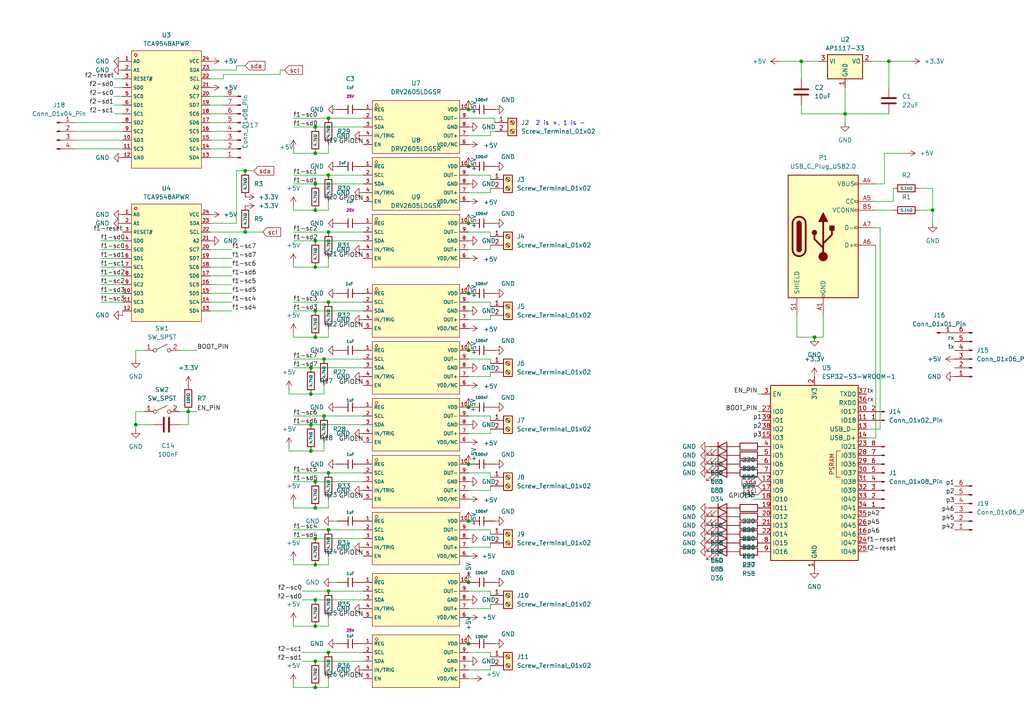
<source format=kicad_sch>
(kicad_sch (version 20250114) (generator "eeschema") (generator_version "9.0")
  (paper "A4")
  (text "2 is +, 1 is -\n" (at 162.56 35.814 0) (effects (font (size 1.27 1.27))))
  (junction (at 93.98 120.65))
  (junction (at 90.17 106.68))
  (junction (at 95.25 153.67))
  (junction (at 91.44 139.7))
  (junction (at 91.44 156.21))
  (junction (at 236.22 97.79))
  (junction (at 135.89 31.75))
  (junction (at 95.25 50.8))
  (junction (at 135.89 85.09))
  (junction (at 135.89 64.77))
  (junction (at 135.89 168.91))
  (junction (at 135.89 118.11))
  (junction (at 91.44 97.79))
  (junction (at 135.89 186.69))
  (junction (at 90.17 114.3))
  (junction (at 232.41 17.78))
  (junction (at 135.89 134.62))
  (junction (at 71.12 49.53))
  (junction (at 95.25 137.16))
  (junction (at 90.17 123.19))
  (junction (at 257.81 17.78))
  (junction (at 95.25 171.45))
  (junction (at 91.44 77.47))
  (junction (at 91.44 36.83))
  (junction (at 95.25 34.29))
  (junction (at 91.44 199.39))
  (junction (at 91.44 69.85))
  (junction (at 135.89 48.26))
  (junction (at 54.61 119.38))
  (junction (at 91.44 53.34))
  (junction (at 135.89 151.13))
  (junction (at 135.89 101.6))
  (junction (at 270.51 60.96))
  (junction (at 91.44 163.83))
  (junction (at 245.11 33.02))
  (junction (at 39.37 123.19))
  (junction (at 91.44 44.45))
  (junction (at 91.44 90.17))
  (junction (at 90.17 130.81))
  (junction (at 91.44 147.32))
  (junction (at 95.25 189.23))
  (junction (at 93.98 104.14))
  (junction (at 91.44 191.77))
  (junction (at 91.44 181.61))
  (junction (at 71.12 67.31))
  (junction (at 91.44 173.99))
  (junction (at 95.25 87.63))
  (junction (at 95.25 67.31))
  (junction (at 91.44 60.96))
  (wire (pts (xy 60.96 67.31) (xy 71.12 67.31)))
  (wire (pts (xy 90.17 114.3) (xy 93.98 114.3)))
  (wire (pts (xy 95.25 153.67) (xy 105.41 153.67)))
  (wire (pts (xy 60.96 35.56) (xy 64.77 35.56)))
  (wire (pts (xy 135.89 109.22) (xy 142.24 109.22)))
  (wire (pts (xy 95.25 137.16) (xy 105.41 137.16)))
  (wire (pts (xy 83.82 130.81) (xy 90.17 130.81)))
  (wire (pts (xy 54.61 119.38) (xy 57.15 119.38)))
  (wire (pts (xy 142.24 171.45) (xy 142.24 172.72)))
  (wire (pts (xy 68.58 20.32) (xy 68.58 19.05)))
  (wire (pts (xy 257.81 17.78) (xy 257.81 25.4)))
  (wire (pts (xy 231.14 91.44) (xy 231.14 97.79)))
  (wire (pts (xy 85.09 96.52) (xy 85.09 97.79)))
  (wire (pts (xy 135.89 92.71) (xy 142.24 92.71)))
  (wire (pts (xy 254 53.34) (xy 256.54 53.34)))
  (wire (pts (xy 135.89 67.31) (xy 142.24 67.31)))
  (wire (pts (xy 67.31 85.09) (xy 60.96 85.09)))
  (wire (pts (xy 21.59 35.56) (xy 35.56 35.56)))
  (wire (pts (xy 219.71 119.38) (xy 220.98 119.38)))
  (wire (pts (xy 252.73 17.78) (xy 257.81 17.78)))
  (wire (pts (xy 142.24 189.23) (xy 142.24 190.5)))
  (wire (pts (xy 142.24 72.39) (xy 142.24 71.12)))
  (wire (pts (xy 85.09 104.14) (xy 93.98 104.14)))
  (wire (pts (xy 85.09 67.31) (xy 95.25 67.31)))
  (wire (pts (xy 91.44 156.21) (xy 105.41 156.21)))
  (wire (pts (xy 254 71.12) (xy 254 127)))
  (wire (pts (xy 142.24 50.8) (xy 142.24 52.07)))
  (wire (pts (xy 93.98 104.14) (xy 105.41 104.14)))
  (wire (pts (xy 29.21 85.09) (xy 35.56 85.09)))
  (wire (pts (xy 85.09 60.96) (xy 91.44 60.96)))
  (wire (pts (xy 81.28 20.32) (xy 81.28 21.59)))
  (wire (pts (xy 60.96 43.18) (xy 64.77 43.18)))
  (wire (pts (xy 256.54 44.45) (xy 262.89 44.45)))
  (wire (pts (xy 60.96 22.86) (xy 64.77 22.86)))
  (wire (pts (xy 232.41 22.86) (xy 232.41 17.78)))
  (wire (pts (xy 135.89 55.88) (xy 142.24 55.88)))
  (wire (pts (xy 135.89 87.63) (xy 142.24 87.63)))
  (wire (pts (xy 255.27 66.04) (xy 255.27 124.46)))
  (wire (pts (xy 33.02 30.48) (xy 35.56 30.48)))
  (wire (pts (xy 60.96 20.32) (xy 68.58 20.32)))
  (wire (pts (xy 142.24 125.73) (xy 142.24 124.46)))
  (wire (pts (xy 91.44 173.99) (xy 105.41 173.99)))
  (wire (pts (xy 142.24 38.1) (xy 142.24 39.37)))
  (wire (pts (xy 95.25 77.47) (xy 95.25 74.93)))
  (wire (pts (xy 91.44 77.47) (xy 95.25 77.47)))
  (wire (pts (xy 85.09 123.19) (xy 90.17 123.19)))
  (wire (pts (xy 135.89 142.24) (xy 142.24 142.24)))
  (wire (pts (xy 85.09 50.8) (xy 95.25 50.8)))
  (wire (pts (xy 91.44 53.34) (xy 105.41 53.34)))
  (wire (pts (xy 270.51 54.61) (xy 270.51 60.96)))
  (wire (pts (xy 270.51 60.96) (xy 270.51 64.77)))
  (wire (pts (xy 135.89 120.65) (xy 142.24 120.65)))
  (wire (pts (xy 97.79 151.13) (xy 96.52 151.13)))
  (wire (pts (xy 142.24 120.65) (xy 142.24 121.92)))
  (wire (pts (xy 54.61 123.19) (xy 52.07 123.19)))
  (wire (pts (xy 68.58 19.05) (xy 71.12 19.05)))
  (wire (pts (xy 254 60.96) (xy 259.08 60.96)))
  (wire (pts (xy 135.89 171.45) (xy 142.24 171.45)))
  (wire (pts (xy 85.09 97.79) (xy 91.44 97.79)))
  (wire (pts (xy 135.89 125.73) (xy 142.24 125.73)))
  (wire (pts (xy 95.25 34.29) (xy 105.41 34.29)))
  (wire (pts (xy 142.24 176.53) (xy 142.24 175.26)))
  (wire (pts (xy 85.09 147.32) (xy 91.44 147.32)))
  (wire (pts (xy 91.44 163.83) (xy 95.25 163.83)))
  (wire (pts (xy 85.09 180.34) (xy 85.09 181.61)))
  (wire (pts (xy 85.09 156.21) (xy 91.44 156.21)))
  (wire (pts (xy 87.63 171.45) (xy 95.25 171.45)))
  (wire (pts (xy 85.09 162.56) (xy 85.09 163.83)))
  (wire (pts (xy 135.89 34.29) (xy 143.51 34.29)))
  (wire (pts (xy 35.56 22.86) (xy 33.02 22.86)))
  (wire (pts (xy 33.02 33.02) (xy 35.56 33.02)))
  (wire (pts (xy 67.31 87.63) (xy 60.96 87.63)))
  (wire (pts (xy 135.89 137.16) (xy 142.24 137.16)))
  (wire (pts (xy 85.09 90.17) (xy 91.44 90.17)))
  (wire (pts (xy 135.89 72.39) (xy 142.24 72.39)))
  (wire (pts (xy 67.31 74.93) (xy 60.96 74.93)))
  (wire (pts (xy 39.37 101.6) (xy 39.37 104.14)))
  (wire (pts (xy 85.09 43.18) (xy 85.09 44.45)))
  (wire (pts (xy 85.09 36.83) (xy 91.44 36.83)))
  (wire (pts (xy 85.09 34.29) (xy 95.25 34.29)))
  (wire (pts (xy 67.31 90.17) (xy 60.96 90.17)))
  (wire (pts (xy 91.44 199.39) (xy 95.25 199.39)))
  (wire (pts (xy 85.09 139.7) (xy 91.44 139.7)))
  (wire (pts (xy 85.09 137.16) (xy 95.25 137.16)))
  (wire (pts (xy 60.96 30.48) (xy 64.77 30.48)))
  (wire (pts (xy 218.44 144.78) (xy 220.98 144.78)))
  (wire (pts (xy 142.24 137.16) (xy 142.24 138.43)))
  (wire (pts (xy 64.77 21.59) (xy 81.28 21.59)))
  (wire (pts (xy 93.98 120.65) (xy 105.41 120.65)))
  (wire (pts (xy 142.24 194.31) (xy 142.24 193.04)))
  (wire (pts (xy 91.44 191.77) (xy 105.41 191.77)))
  (wire (pts (xy 64.77 22.86) (xy 64.77 21.59)))
  (wire (pts (xy 21.59 38.1) (xy 35.56 38.1)))
  (wire (pts (xy 135.89 39.37) (xy 142.24 39.37)))
  (wire (pts (xy 135.89 153.67) (xy 142.24 153.67)))
  (wire (pts (xy 95.25 44.45) (xy 95.25 41.91)))
  (wire (pts (xy 85.09 146.05) (xy 85.09 147.32)))
  (wire (pts (xy 95.25 147.32) (xy 95.25 144.78)))
  (wire (pts (xy 255.27 124.46) (xy 251.46 124.46)))
  (wire (pts (xy 64.77 27.94) (xy 60.96 27.94)))
  (wire (pts (xy 85.09 106.68) (xy 90.17 106.68)))
  (wire (pts (xy 21.59 43.18) (xy 35.56 43.18)))
  (wire (pts (xy 64.77 33.02) (xy 60.96 33.02)))
  (wire (pts (xy 33.02 27.94) (xy 35.56 27.94)))
  (wire (pts (xy 135.89 189.23) (xy 142.24 189.23)))
  (wire (pts (xy 137.16 196.85) (xy 135.89 196.85)))
  (wire (pts (xy 245.11 25.4) (xy 245.11 33.02)))
  (wire (pts (xy 52.07 119.38) (xy 54.61 119.38)))
  (wire (pts (xy 52.07 101.6) (xy 57.15 101.6)))
  (wire (pts (xy 29.21 74.93) (xy 35.56 74.93)))
  (wire (pts (xy 142.24 67.31) (xy 142.24 68.58)))
  (wire (pts (xy 67.31 77.47) (xy 60.96 77.47)))
  (wire (pts (xy 90.17 130.81) (xy 93.98 130.81)))
  (wire (pts (xy 231.14 97.79) (xy 236.22 97.79)))
  (wire (pts (xy 83.82 113.03) (xy 83.82 114.3)))
  (wire (pts (xy 85.09 181.61) (xy 91.44 181.61)))
  (wire (pts (xy 39.37 123.19) (xy 44.45 123.19)))
  (wire (pts (xy 95.25 87.63) (xy 105.41 87.63)))
  (wire (pts (xy 29.21 69.85) (xy 35.56 69.85)))
  (wire (pts (xy 135.89 50.8) (xy 142.24 50.8)))
  (wire (pts (xy 87.63 191.77) (xy 91.44 191.77)))
  (wire (pts (xy 67.31 82.55) (xy 60.96 82.55)))
  (wire (pts (xy 238.76 91.44) (xy 238.76 97.79)))
  (wire (pts (xy 95.25 181.61) (xy 95.25 179.07)))
  (wire (pts (xy 67.31 80.01) (xy 60.96 80.01)))
  (wire (pts (xy 87.63 189.23) (xy 95.25 189.23)))
  (wire (pts (xy 87.63 173.99) (xy 91.44 173.99)))
  (wire (pts (xy 95.25 50.8) (xy 105.41 50.8)))
  (wire (pts (xy 143.51 38.1) (xy 142.24 38.1)))
  (wire (pts (xy 29.21 80.01) (xy 35.56 80.01)))
  (wire (pts (xy 85.09 59.69) (xy 85.09 60.96)))
  (wire (pts (xy 91.44 90.17) (xy 105.41 90.17)))
  (wire (pts (xy 142.24 158.75) (xy 142.24 157.48)))
  (wire (pts (xy 254 127) (xy 251.46 127)))
  (wire (pts (xy 85.09 53.34) (xy 91.44 53.34)))
  (wire (pts (xy 238.76 97.79) (xy 236.22 97.79)))
  (wire (pts (xy 85.09 153.67) (xy 95.25 153.67)))
  (wire (pts (xy 85.09 69.85) (xy 91.44 69.85)))
  (wire (pts (xy 95.25 189.23) (xy 105.41 189.23)))
  (wire (pts (xy 68.58 49.53) (xy 71.12 49.53)))
  (wire (pts (xy 60.96 40.64) (xy 64.77 40.64)))
  (wire (pts (xy 91.44 36.83) (xy 105.41 36.83)))
  (wire (pts (xy 81.28 20.32) (xy 82.55 20.32)))
  (wire (pts (xy 29.21 77.47) (xy 35.56 77.47)))
  (wire (pts (xy 95.25 171.45) (xy 105.41 171.45)))
  (wire (pts (xy 266.7 60.96) (xy 270.51 60.96)))
  (wire (pts (xy 219.71 114.3) (xy 220.98 114.3)))
  (wire (pts (xy 85.09 198.12) (xy 85.09 199.39)))
  (wire (pts (xy 83.82 114.3) (xy 90.17 114.3)))
  (wire (pts (xy 85.09 87.63) (xy 95.25 87.63)))
  (wire (pts (xy 93.98 114.3) (xy 93.98 111.76)))
  (wire (pts (xy 35.56 90.17) (xy 35.56 91.44)))
  (wire (pts (xy 91.44 44.45) (xy 95.25 44.45)))
  (wire (pts (xy 142.24 92.71) (xy 142.24 91.44)))
  (wire (pts (xy 85.09 77.47) (xy 91.44 77.47)))
  (wire (pts (xy 226.06 17.78) (xy 232.41 17.78)))
  (wire (pts (xy 39.37 119.38) (xy 41.91 119.38)))
  (wire (pts (xy 142.24 55.88) (xy 142.24 54.61)))
  (wire (pts (xy 135.89 176.53) (xy 142.24 176.53)))
  (wire (pts (xy 232.41 33.02) (xy 232.41 30.48)))
  (wire (pts (xy 71.12 67.31) (xy 76.2 67.31)))
  (wire (pts (xy 142.24 87.63) (xy 142.24 88.9)))
  (wire (pts (xy 232.41 17.78) (xy 237.49 17.78)))
  (wire (pts (xy 29.21 72.39) (xy 35.56 72.39)))
  (wire (pts (xy 95.25 199.39) (xy 95.25 196.85)))
  (wire (pts (xy 245.11 33.02) (xy 232.41 33.02)))
  (wire (pts (xy 71.12 49.53) (xy 73.66 49.53)))
  (wire (pts (xy 97.79 168.91) (xy 96.52 168.91)))
  (wire (pts (xy 93.98 130.81) (xy 93.98 128.27)))
  (wire (pts (xy 60.96 64.77) (xy 68.58 64.77)))
  (wire (pts (xy 135.89 194.31) (xy 142.24 194.31)))
  (wire (pts (xy 85.09 44.45) (xy 91.44 44.45)))
  (wire (pts (xy 39.37 124.46) (xy 39.37 123.19)))
  (wire (pts (xy 259.08 58.42) (xy 259.08 54.61)))
  (wire (pts (xy 143.51 34.29) (xy 143.51 35.56)))
  (wire (pts (xy 85.09 199.39) (xy 91.44 199.39)))
  (wire (pts (xy 54.61 119.38) (xy 54.61 123.19)))
  (wire (pts (xy 60.96 38.1) (xy 64.77 38.1)))
  (wire (pts (xy 90.17 106.68) (xy 105.41 106.68)))
  (wire (pts (xy 41.91 101.6) (xy 39.37 101.6)))
  (wire (pts (xy 85.09 120.65) (xy 93.98 120.65)))
  (wire (pts (xy 95.25 60.96) (xy 95.25 58.42)))
  (wire (pts (xy 91.44 181.61) (xy 95.25 181.61)))
  (wire (pts (xy 29.21 82.55) (xy 35.56 82.55)))
  (wire (pts (xy 33.02 25.4) (xy 35.56 25.4)))
  (wire (pts (xy 255.27 66.04) (xy 254 66.04)))
  (wire (pts (xy 142.24 109.22) (xy 142.24 107.95)))
  (wire (pts (xy 60.96 45.72) (xy 64.77 45.72)))
  (wire (pts (xy 91.44 69.85) (xy 105.41 69.85)))
  (wire (pts (xy 90.17 123.19) (xy 105.41 123.19)))
  (wire (pts (xy 83.82 129.54) (xy 83.82 130.81)))
  (wire (pts (xy 95.25 67.31) (xy 105.41 67.31)))
  (wire (pts (xy 142.24 153.67) (xy 142.24 154.94)))
  (wire (pts (xy 142.24 104.14) (xy 142.24 105.41)))
  (wire (pts (xy 95.25 163.83) (xy 95.25 161.29)))
  (wire (pts (xy 91.44 139.7) (xy 105.41 139.7)))
  (wire (pts (xy 142.24 142.24) (xy 142.24 140.97)))
  (wire (pts (xy 257.81 17.78) (xy 264.16 17.78)))
  (wire (pts (xy 21.59 40.64) (xy 35.56 40.64)))
  (wire (pts (xy 254 58.42) (xy 259.08 58.42)))
  (wire (pts (xy 135.89 158.75) (xy 142.24 158.75)))
  (wire (pts (xy 257.81 33.02) (xy 245.11 33.02)))
  (wire (pts (xy 67.31 72.39) (xy 60.96 72.39)))
  (wire (pts (xy 29.21 87.63) (xy 35.56 87.63)))
  (wire (pts (xy 85.09 163.83) (xy 91.44 163.83)))
  (wire (pts (xy 245.11 33.02) (xy 245.11 35.56)))
  (wire (pts (xy 91.44 60.96) (xy 95.25 60.96)))
  (wire (pts (xy 91.44 147.32) (xy 95.25 147.32)))
  (wire (pts (xy 266.7 54.61) (xy 270.51 54.61)))
  (wire (pts (xy 256.54 53.34) (xy 256.54 44.45)))
  (wire (pts (xy 85.09 76.2) (xy 85.09 77.47)))
  (wire (pts (xy 95.25 97.79) (xy 95.25 95.25)))
  (wire (pts (xy 39.37 119.38) (xy 39.37 123.19)))
  (wire (pts (xy 91.44 97.79) (xy 95.25 97.79)))
  (wire (pts (xy 68.58 64.77) (xy 68.58 49.53)))
  (wire (pts (xy 135.89 104.14) (xy 142.24 104.14)))
  (label "p42" (at 251.46 149.86 0))
  (label "GPIOEN" (at 105.41 179.07 180))
  (label "f1-sd7" (at 85.09 106.68 0))
  (label "f1-sc2" (at 85.09 67.31 0))
  (label "f1-sc5" (at 85.09 137.16 0))
  (label "f1-sd6" (at 67.31 80.01 0))
  (label "f1-sc4" (at 67.31 87.63 0))
  (label "p3" (at 220.98 127 180))
  (label "f1-sd2" (at 29.21 80.01 0))
  (label "f1-sc5" (at 67.31 82.55 0))
  (label "f2-sc1" (at 33.02 33.02 180))
  (label "f1-sd5" (at 85.09 139.7 0))
  (label "rx" (at 251.46 116.84 0))
  (label "GPIOEN" (at 105.41 128.27 180))
  (label "p45" (at 251.46 152.4 0))
  (label "GPIOEN" (at 105.41 74.93 180))
  (label "f1-reset" (at 251.46 157.48 0))
  (label "f1-reset" (at 35.56 67.31 180))
  (label "BOOT_PIN" (at 57.15 101.6 0))
  (label "f1-sd1" (at 29.21 74.93 0))
  (label "p46" (at 276.86 148.59 180))
  (label "GPIOEN" (at 105.41 95.25 180))
  (label "f1-sd0" (at 29.21 69.85 0))
  (label "f2-sd0" (at 87.63 173.99 180))
  (label "p1" (at 220.98 121.92 180))
  (label "f1-sc7" (at 67.31 72.39 0))
  (label "f1-sc1" (at 29.21 77.47 0))
  (label "f1-sc0" (at 85.09 34.29 0))
  (label "f1-sd3" (at 29.21 85.09 0))
  (label "f1-sc0" (at 29.21 72.39 0))
  (label "p46" (at 251.46 154.94 0))
  (label "EN_PIN" (at 57.15 119.38 0))
  (label "p42" (at 276.86 153.67 180))
  (label "f1-sd4" (at 67.31 90.17 0))
  (label "GPIOEN" (at 105.41 41.91 180))
  (label "f2-sc0" (at 33.02 27.94 180))
  (label "p1" (at 276.86 140.97 180))
  (label "p3" (at 276.86 146.05 180))
  (label "f1-sd5" (at 67.31 85.09 0))
  (label "f1-sc4" (at 85.09 153.67 0))
  (label "f1-sc6" (at 85.09 120.65 0))
  (label "f2-reset" (at 33.02 22.86 180))
  (label "f2-sc1" (at 87.63 189.23 180))
  (label "BOOT_PIN" (at 219.71 119.38 180))
  (label "f2-sc0" (at 87.63 171.45 180))
  (label "tx" (at 276.86 101.6 180))
  (label "p2" (at 276.86 143.51 180))
  (label "GPIOEN" (at 218.44 144.78 180))
  (label "f1-sd4" (at 85.09 156.21 0))
  (label "EN_PIN" (at 219.71 114.3 180))
  (label "f1-sd1" (at 85.09 53.34 0))
  (label "GPIOEN" (at 105.41 161.29 180))
  (label "f1-sc3" (at 85.09 87.63 0))
  (label "f1-sc7" (at 85.09 104.14 0))
  (label "f1-sd7" (at 67.31 74.93 0))
  (label "f1-sd0" (at 85.09 36.83 0))
  (label "f1-sd6" (at 85.09 123.19 0))
  (label "GPIOEN" (at 105.41 58.42 180))
  (label "f1-sd2" (at 85.09 69.85 0))
  (label "f2-sd1" (at 33.02 30.48 180))
  (label "f1-sc3" (at 29.21 87.63 0))
  (label "f2-reset" (at 251.46 160.02 0))
  (label "f2-sd1" (at 87.63 191.77 180))
  (label "GPIOEN" (at 105.41 196.85 180))
  (label "f1-sc1" (at 85.09 50.8 0))
  (label "rx" (at 276.86 99.06 180))
  (label "f1-sc2" (at 29.21 82.55 0))
  (label "p2" (at 220.98 124.46 180))
  (label "p45" (at 276.86 151.13 180))
  (label "GPIOEN" (at 105.41 111.76 180))
  (label "GPIOEN" (at 105.41 144.78 180))
  (label "f1-sd3" (at 85.09 90.17 0))
  (label "f2-sd0" (at 33.02 25.4 180))
  (label "tx" (at 251.46 114.3 0))
  (label "f1-sc6" (at 67.31 77.47 0))
  (global_label "sda" (shape input) (at 73.66 49.53 0) (property "Intersheetrefs" "${INTERSHEET_REFS}" (effects (hide yes))))
  (global_label "sda" (shape input) (at 220.98 139.7 180) (property "Intersheetrefs" "${INTERSHEET_REFS}" (effects (hide yes))))
  (global_label "sda" (shape input) (at 71.12 19.05 0) (property "Intersheetrefs" "${INTERSHEET_REFS}" (effects (hide yes))))
  (global_label "scl" (shape input) (at 82.55 20.32 0) (property "Intersheetrefs" "${INTERSHEET_REFS}" (effects (hide yes))))
  (global_label "scl" (shape input) (at 76.2 67.31 0) (property "Intersheetrefs" "${INTERSHEET_REFS}" (effects (hide yes))))
  (global_label "scl" (shape input) (at 220.98 142.24 180) (property "Intersheetrefs" "${INTERSHEET_REFS}" (effects (hide yes))))
  (symbol (lib_id "PCM_JLCPCB-Capacitors:0402,1uF") (at 101.6 186.69 270) (unit 1)
    (property "Reference" "C12" (effects (hide yes)))
    (property "Value" "1uF" (at 101.6 184.404 90) (effects (font (size 0.8 0.8))))
    (property "Footprint" "Capacitor_SMD:C_0603_1608Metric" (effects (hide yes)))
    (property "Datasheet" "https://www.lcsc.com/datasheet/lcsc_datasheet_2304140030_Samsung-Electro-Mechanics-CL05A105KA5NQNC_C52923.pdf" (effects (hide yes)))
    (property "Description" "25V 1uF X5R ±10% 0402 Multilayer Ceramic Capacitors MLCC - SMD/SMT ROHS" (effects (hide yes)))
    (property "LCSC" "C52923" (effects (hide yes)))
    (property "Stock" "6292263" (effects (hide yes)))
    (property "Price" "0.006USD" (effects (hide yes)))
    (property "Process" "SMT" (effects (hide yes)))
    (property "Minimum Qty" "20" (effects (hide yes)))
    (property "Attrition Qty" "10" (effects (hide yes)))
    (property "Class" "Basic Component" (effects (hide yes)))
    (property "Category" "Capacitors,Multilayer Ceramic Capacitors MLCC - SMD/SMT" (effects (hide yes)))
    (property "Manufacturer" "Samsung Electro-Mechanics" (effects (hide yes)))
    (property "Part" "CL05A105KA5NQNC" (effects (hide yes)))
    (property "Voltage Rated" "25V" (at 101.6 182.88 90) (effects (font (size 0.8 0.8))))
    (property "Tolerance" "±10%" (effects (hide yes)))
    (property "Capacitance" "1uF" (effects (hide yes)))
    (property "Temperature Coefficient" "X5R" (effects (hide yes)))
  )
  (symbol (lib_id "Connector:Screw_Terminal_01x02") (at 147.32 154.94 0) (unit 1)
    (property "Reference" "J9" (at 149.86 154.9399 0) (effects (justify left)))
    (property "Value" "Screw_Terminal_01x02" (at 149.86 157.4799 0) (effects (justify left)))
    (property "Footprint" "Connector_Phoenix_MC_HighVoltage:PhoenixContact_MCV_1,5_2-G-5.08_1x02_P5.08mm_Vertical" (effects (hide yes)))
    (property "Description" "Generic screw terminal, single row, 01x02, script generated (kicad-library-utils/schlib/autogen/connector/)" (effects (hide yes)))
  )
  (symbol (lib_id "power:GND") (at 143.51 48.26 90) (unit 1)
    (property "Reference" "#PWR078" (effects (hide yes)))
    (property "Value" "GND" (at 145.288 45.466 90) (effects (justify right)))
    (property "Description" "Power symbol creates a global label with name \"GND\" , ground" (effects (hide yes)))
  )
  (symbol (lib_id "power:GND") (at 105.41 125.73 270) (unit 1)
    (property "Reference" "#PWR081" (effects (hide yes)))
    (property "Value" "GND" (at 101.6 125.7299 90) (effects (justify right)))
    (property "Description" "Power symbol creates a global label with name \"GND\" , ground" (effects (hide yes)))
  )
  (symbol (lib_id "PCM_JLCPCB-Resistors:0402,4.7kΩ") (at 90.17 127 0) (unit 1)
    (property "Reference" "R18" (at 92.71 126.9999 0) (effects (justify left)))
    (property "Value" "4.7kΩ" (at 90.17 127 90) (effects (font (size 0.8 0.8))))
    (property "Footprint" "Capacitor_SMD:C_0603_1608Metric" (effects (hide yes)))
    (property "Datasheet" "https://www.lcsc.com/datasheet/lcsc_datasheet_2206010045_UNI-ROYAL-Uniroyal-Elec-0402WGF4701TCE_C25900.pdf" (effects (hide yes)))
    (property "Description" "62.5mW Thick Film Resistors 50V ±100ppm/°C ±1% 4.7kΩ 0402 Chip Resistor - Surface Mount ROHS" (effects (hide yes)))
    (property "LCSC" "C25900" (effects (hide yes)))
    (property "Stock" "6136078" (effects (hide yes)))
    (property "Price" "0.004USD" (effects (hide yes)))
    (property "Process" "SMT" (effects (hide yes)))
    (property "Minimum Qty" "20" (effects (hide yes)))
    (property "Attrition Qty" "10" (effects (hide yes)))
    (property "Class" "Basic Component" (effects (hide yes)))
    (property "Category" "Resistors,Chip Resistor - Surface Mount" (effects (hide yes)))
    (property "Manufacturer" "UNI-ROYAL(Uniroyal Elec)" (effects (hide yes)))
    (property "Part" "0402WGF4701TCE" (effects (hide yes)))
    (property "Resistance" "4.7kΩ" (effects (hide yes)))
    (property "Power(Watts)" "62.5mW" (effects (hide yes)))
    (property "Type" "Thick Film Resistors" (effects (hide yes)))
    (property "Overload Voltage (Max)" "50V" (effects (hide yes)))
    (property "Operating Temperature Range" "-55°C~+155°C" (effects (hide yes)))
    (property "Tolerance" "±1%" (effects (hide yes)))
    (property "Temperature Coefficient" "±100ppm/°C" (effects (hide yes)))
  )
  (symbol (lib_id "Device:LED") (at 209.55 157.48 0) (unit 1)
    (property "Reference" "D35" (at 207.9625 165.1 0))
    (property "Value" "LED" (at 207.9625 162.56 0))
    (property "Footprint" "Capacitor_SMD:C_0603_1608Metric" (effects (hide yes)))
    (property "Description" "Light emitting diode" (effects (hide yes)))
    (property "Sim.Pins" "1=K 2=A" (effects (hide yes)))
  )
  (symbol (lib_id "power:+3.3V") (at 135.89 186.69 0) (unit 1)
    (property "Reference" "#PWR068" (effects (hide yes)))
    (property "Value" "+5V" (at 135.8901 182.88 90) (effects (justify left)))
    (property "Description" "Power symbol creates a global label with name \"+3.3V\"" (effects (hide yes)))
  )
  (symbol (lib_id "power:GND") (at 35.56 45.72 270) (unit 1)
    (property "Reference" "#PWR024" (effects (hide yes)))
    (property "Value" "GND" (at 31.75 45.7199 90) (effects (justify right)))
    (property "Description" "Power symbol creates a global label with name \"GND\" , ground" (effects (hide yes)))
  )
  (symbol (lib_id "power:+5V") (at 85.09 198.12 0) (unit 1)
    (property "Reference" "#PWR050" (effects (hide yes)))
    (property "Value" "+5V" (at 85.09 193.04 0))
    (property "Description" "Power symbol creates a global label with name \"+5V\"" (effects (hide yes)))
  )
  (symbol (lib_id "power:GND") (at 35.56 17.78 270) (unit 1)
    (property "Reference" "#PWR025" (effects (hide yes)))
    (property "Value" "GND" (at 31.75 17.7799 90) (effects (justify right)))
    (property "Description" "Power symbol creates a global label with name \"GND\" , ground" (effects (hide yes)))
  )
  (symbol (lib_id "Device:LED") (at 209.55 134.62 0) (unit 1)
    (property "Reference" "D33" (at 207.9625 142.24 0))
    (property "Value" "LED" (at 207.9625 139.7 0))
    (property "Footprint" "Capacitor_SMD:C_0603_1608Metric" (effects (hide yes)))
    (property "Description" "Light emitting diode" (effects (hide yes)))
    (property "Sim.Pins" "1=K 2=A" (effects (hide yes)))
  )
  (symbol (lib_id "PCM_JLCPCB-Resistors:0402,4.7kΩ") (at 95.25 193.04 0) (unit 1)
    (property "Reference" "R36" (at 97.79 193.0399 0) (effects (justify left)))
    (property "Value" "4.7kΩ" (at 95.25 193.04 90) (effects (font (size 0.8 0.8))))
    (property "Footprint" "Capacitor_SMD:C_0603_1608Metric" (effects (hide yes)))
    (property "Datasheet" "https://www.lcsc.com/datasheet/lcsc_datasheet_2206010045_UNI-ROYAL-Uniroyal-Elec-0402WGF4701TCE_C25900.pdf" (effects (hide yes)))
    (property "Description" "62.5mW Thick Film Resistors 50V ±100ppm/°C ±1% 4.7kΩ 0402 Chip Resistor - Surface Mount ROHS" (effects (hide yes)))
    (property "LCSC" "C25900" (effects (hide yes)))
    (property "Stock" "6136078" (effects (hide yes)))
    (property "Price" "0.004USD" (effects (hide yes)))
    (property "Process" "SMT" (effects (hide yes)))
    (property "Minimum Qty" "20" (effects (hide yes)))
    (property "Attrition Qty" "10" (effects (hide yes)))
    (property "Class" "Basic Component" (effects (hide yes)))
    (property "Category" "Resistors,Chip Resistor - Surface Mount" (effects (hide yes)))
    (property "Manufacturer" "UNI-ROYAL(Uniroyal Elec)" (effects (hide yes)))
    (property "Part" "0402WGF4701TCE" (effects (hide yes)))
    (property "Resistance" "4.7kΩ" (effects (hide yes)))
    (property "Power(Watts)" "62.5mW" (effects (hide yes)))
    (property "Type" "Thick Film Resistors" (effects (hide yes)))
    (property "Overload Voltage (Max)" "50V" (effects (hide yes)))
    (property "Operating Temperature Range" "-55°C~+155°C" (effects (hide yes)))
    (property "Tolerance" "±1%" (effects (hide yes)))
    (property "Temperature Coefficient" "±100ppm/°C" (effects (hide yes)))
  )
  (symbol (lib_id "power:GND") (at 97.79 85.09 270) (unit 1)
    (property "Reference" "#PWR027" (effects (hide yes)))
    (property "Value" "GND" (at 93.98 85.0899 90) (effects (justify right)))
    (property "Description" "Power symbol creates a global label with name \"GND\" , ground" (effects (hide yes)))
  )
  (symbol (lib_id "PCM_JLCPCB-Resistors:0402,4.7kΩ") (at 95.25 38.1 0) (unit 1)
    (property "Reference" "R29" (at 97.79 38.0999 0) (effects (justify left)))
    (property "Value" "4.7kΩ" (at 95.25 38.1 90) (effects (font (size 0.8 0.8))))
    (property "Footprint" "Capacitor_SMD:C_0603_1608Metric" (effects (hide yes)))
    (property "Datasheet" "https://www.lcsc.com/datasheet/lcsc_datasheet_2206010045_UNI-ROYAL-Uniroyal-Elec-0402WGF4701TCE_C25900.pdf" (effects (hide yes)))
    (property "Description" "62.5mW Thick Film Resistors 50V ±100ppm/°C ±1% 4.7kΩ 0402 Chip Resistor - Surface Mount ROHS" (effects (hide yes)))
    (property "LCSC" "C25900" (effects (hide yes)))
    (property "Stock" "6136078" (effects (hide yes)))
    (property "Price" "0.004USD" (effects (hide yes)))
    (property "Process" "SMT" (effects (hide yes)))
    (property "Minimum Qty" "20" (effects (hide yes)))
    (property "Attrition Qty" "10" (effects (hide yes)))
    (property "Class" "Basic Component" (effects (hide yes)))
    (property "Category" "Resistors,Chip Resistor - Surface Mount" (effects (hide yes)))
    (property "Manufacturer" "UNI-ROYAL(Uniroyal Elec)" (effects (hide yes)))
    (property "Part" "0402WGF4701TCE" (effects (hide yes)))
    (property "Resistance" "4.7kΩ" (effects (hide yes)))
    (property "Power(Watts)" "62.5mW" (effects (hide yes)))
    (property "Type" "Thick Film Resistors" (effects (hide yes)))
    (property "Overload Voltage (Max)" "50V" (effects (hide yes)))
    (property "Operating Temperature Range" "-55°C~+155°C" (effects (hide yes)))
    (property "Tolerance" "±1%" (effects (hide yes)))
    (property "Temperature Coefficient" "±100ppm/°C" (effects (hide yes)))
  )
  (symbol (lib_id "power:GND") (at 143.51 101.6 90) (unit 1)
    (property "Reference" "#PWR095" (effects (hide yes)))
    (property "Value" "GND" (at 145.288 98.806 90) (effects (justify right)))
    (property "Description" "Power symbol creates a global label with name \"GND\" , ground" (effects (hide yes)))
  )
  (symbol (lib_id "power:+3.3V") (at 71.12 57.15 270) (unit 1)
    (property "Reference" "#PWR036" (effects (hide yes)))
    (property "Value" "+3.3V" (at 74.93 57.1501 90) (effects (justify left)))
    (property "Description" "Power symbol creates a global label with name \"+3.3V\"" (effects (hide yes)))
  )
  (symbol (lib_id "PCM_JLCPCB-Capacitors:0402,1uF") (at 101.6 64.77 270) (unit 1)
    (property "Reference" "C5" (effects (hide yes)))
    (property "Value" "1uF" (at 101.6 58.42 90) (effects (font (size 0.8 0.8))))
    (property "Footprint" "Capacitor_SMD:C_0603_1608Metric" (effects (hide yes)))
    (property "Datasheet" "https://www.lcsc.com/datasheet/lcsc_datasheet_2304140030_Samsung-Electro-Mechanics-CL05A105KA5NQNC_C52923.pdf" (effects (hide yes)))
    (property "Description" "25V 1uF X5R ±10% 0402 Multilayer Ceramic Capacitors MLCC - SMD/SMT ROHS" (effects (hide yes)))
    (property "LCSC" "C52923" (effects (hide yes)))
    (property "Stock" "6292263" (effects (hide yes)))
    (property "Price" "0.006USD" (effects (hide yes)))
    (property "Process" "SMT" (effects (hide yes)))
    (property "Minimum Qty" "20" (effects (hide yes)))
    (property "Attrition Qty" "10" (effects (hide yes)))
    (property "Class" "Basic Component" (effects (hide yes)))
    (property "Category" "Capacitors,Multilayer Ceramic Capacitors MLCC - SMD/SMT" (effects (hide yes)))
    (property "Manufacturer" "Samsung Electro-Mechanics" (effects (hide yes)))
    (property "Part" "CL05A105KA5NQNC" (effects (hide yes)))
    (property "Voltage Rated" "25V" (at 101.6 60.96 90) (effects (font (size 0.8 0.8))))
    (property "Tolerance" "±10%" (effects (hide yes)))
    (property "Capacitance" "1uF" (effects (hide yes)))
    (property "Temperature Coefficient" "X5R" (effects (hide yes)))
  )
  (symbol (lib_id "PCM_JLCPCB-Resistors:0402,4.7kΩ") (at 95.25 91.44 0) (unit 1)
    (property "Reference" "R32" (at 97.79 91.4399 0) (effects (justify left)))
    (property "Value" "4.7kΩ" (at 95.25 91.44 90) (effects (font (size 0.8 0.8))))
    (property "Footprint" "Capacitor_SMD:C_0603_1608Metric" (effects (hide yes)))
    (property "Datasheet" "https://www.lcsc.com/datasheet/lcsc_datasheet_2206010045_UNI-ROYAL-Uniroyal-Elec-0402WGF4701TCE_C25900.pdf" (effects (hide yes)))
    (property "Description" "62.5mW Thick Film Resistors 50V ±100ppm/°C ±1% 4.7kΩ 0402 Chip Resistor - Surface Mount ROHS" (effects (hide yes)))
    (property "LCSC" "C25900" (effects (hide yes)))
    (property "Stock" "6136078" (effects (hide yes)))
    (property "Price" "0.004USD" (effects (hide yes)))
    (property "Process" "SMT" (effects (hide yes)))
    (property "Minimum Qty" "20" (effects (hide yes)))
    (property "Attrition Qty" "10" (effects (hide yes)))
    (property "Class" "Basic Component" (effects (hide yes)))
    (property "Category" "Resistors,Chip Resistor - Surface Mount" (effects (hide yes)))
    (property "Manufacturer" "UNI-ROYAL(Uniroyal Elec)" (effects (hide yes)))
    (property "Part" "0402WGF4701TCE" (effects (hide yes)))
    (property "Resistance" "4.7kΩ" (effects (hide yes)))
    (property "Power(Watts)" "62.5mW" (effects (hide yes)))
    (property "Type" "Thick Film Resistors" (effects (hide yes)))
    (property "Overload Voltage (Max)" "50V" (effects (hide yes)))
    (property "Operating Temperature Range" "-55°C~+155°C" (effects (hide yes)))
    (property "Tolerance" "±1%" (effects (hide yes)))
    (property "Temperature Coefficient" "±100ppm/°C" (effects (hide yes)))
  )
  (symbol (lib_id "PCM_JLCPCB-Capacitors:0402,1uF") (at 101.6 168.91 270) (unit 1)
    (property "Reference" "C11" (effects (hide yes)))
    (property "Value" "1uF" (at 101.6 166.37 90) (effects (font (size 0.8 0.8))))
    (property "Footprint" "Capacitor_SMD:C_0603_1608Metric" (effects (hide yes)))
    (property "Datasheet" "https://www.lcsc.com/datasheet/lcsc_datasheet_2304140030_Samsung-Electro-Mechanics-CL05A105KA5NQNC_C52923.pdf" (effects (hide yes)))
    (property "Description" "25V 1uF X5R ±10% 0402 Multilayer Ceramic Capacitors MLCC - SMD/SMT ROHS" (effects (hide yes)))
    (property "LCSC" "C52923" (effects (hide yes)))
    (property "Stock" "6292263" (effects (hide yes)))
    (property "Price" "0.006USD" (effects (hide yes)))
    (property "Process" "SMT" (effects (hide yes)))
    (property "Minimum Qty" "20" (effects (hide yes)))
    (property "Attrition Qty" "10" (effects (hide yes)))
    (property "Class" "Basic Component" (effects (hide yes)))
    (property "Category" "Capacitors,Multilayer Ceramic Capacitors MLCC - SMD/SMT" (effects (hide yes)))
    (property "Manufacturer" "Samsung Electro-Mechanics" (effects (hide yes)))
    (property "Part" "CL05A105KA5NQNC" (effects (hide yes)))
    (property "Voltage Rated" "25V" (effects (hide yes)))
    (property "Tolerance" "±10%" (effects (hide yes)))
    (property "Capacitance" "1uF" (effects (hide yes)))
    (property "Temperature Coefficient" "X5R" (effects (hide yes)))
  )
  (symbol (lib_id "Connector:Screw_Terminal_01x02") (at 147.32 190.5 0) (unit 1)
    (property "Reference" "J11" (at 149.86 190.4999 0) (effects (justify left)))
    (property "Value" "Screw_Terminal_01x02" (at 149.86 193.0399 0) (effects (justify left)))
    (property "Footprint" "Connector_Phoenix_MC_HighVoltage:PhoenixContact_MCV_1,5_2-G-5.08_1x02_P5.08mm_Vertical" (effects (hide yes)))
    (property "Description" "Generic screw terminal, single row, 01x02, script generated (kicad-library-utils/schlib/autogen/connector/)" (effects (hide yes)))
  )
  (symbol (lib_id "power:GND") (at 205.74 154.94 270) (unit 1)
    (property "Reference" "#PWR0127" (effects (hide yes)))
    (property "Value" "GND" (at 201.93 154.9401 90) (effects (justify right)))
    (property "Description" "Power symbol creates a global label with name \"GND\" , ground" (effects (hide yes)))
  )
  (symbol (lib_id "i2C mux:TCA9548APWR") (at 48.26 76.2 0) (unit 1)
    (property "Reference" "U4" (at 48.26 54.61 0))
    (property "Value" "TCA9548APWR" (at 48.26 57.15 0))
    (property "Footprint" "TCA9548APWR:TSSOP-24_L7.8-W4.4-P0.65-LS6.4-BL" (effects (hide yes)))
    (property "Datasheet" "https://item.szlcsc.com/6601.html" (effects (hide yes)))
    (property "LCSC" "C130026" (effects (hide yes)))
  )
  (symbol (lib_id "PCM_JLCPCB-Resistors:0402,4.7kΩ") (at 95.25 140.97 0) (unit 1)
    (property "Reference" "R33" (at 97.79 140.9699 0) (effects (justify left)))
    (property "Value" "4.7kΩ" (at 95.25 140.97 90) (effects (font (size 0.8 0.8))))
    (property "Footprint" "Capacitor_SMD:C_0603_1608Metric" (effects (hide yes)))
    (property "Datasheet" "https://www.lcsc.com/datasheet/lcsc_datasheet_2206010045_UNI-ROYAL-Uniroyal-Elec-0402WGF4701TCE_C25900.pdf" (effects (hide yes)))
    (property "Description" "62.5mW Thick Film Resistors 50V ±100ppm/°C ±1% 4.7kΩ 0402 Chip Resistor - Surface Mount ROHS" (effects (hide yes)))
    (property "LCSC" "C25900" (effects (hide yes)))
    (property "Stock" "6136078" (effects (hide yes)))
    (property "Price" "0.004USD" (effects (hide yes)))
    (property "Process" "SMT" (effects (hide yes)))
    (property "Minimum Qty" "20" (effects (hide yes)))
    (property "Attrition Qty" "10" (effects (hide yes)))
    (property "Class" "Basic Component" (effects (hide yes)))
    (property "Category" "Resistors,Chip Resistor - Surface Mount" (effects (hide yes)))
    (property "Manufacturer" "UNI-ROYAL(Uniroyal Elec)" (effects (hide yes)))
    (property "Part" "0402WGF4701TCE" (effects (hide yes)))
    (property "Resistance" "4.7kΩ" (effects (hide yes)))
    (property "Power(Watts)" "62.5mW" (effects (hide yes)))
    (property "Type" "Thick Film Resistors" (effects (hide yes)))
    (property "Overload Voltage (Max)" "50V" (effects (hide yes)))
    (property "Operating Temperature Range" "-55°C~+155°C" (effects (hide yes)))
    (property "Tolerance" "±1%" (effects (hide yes)))
    (property "Temperature Coefficient" "±100ppm/°C" (effects (hide yes)))
  )
  (symbol (lib_id "Connector:Screw_Terminal_01x02") (at 147.32 88.9 0) (unit 1)
    (property "Reference" "J5" (at 149.86 88.8999 0) (effects (justify left)))
    (property "Value" "Screw_Terminal_01x02" (at 149.86 91.4399 0) (effects (justify left)))
    (property "Footprint" "Connector_Phoenix_MC_HighVoltage:PhoenixContact_MCV_1,5_2-G-5.08_1x02_P5.08mm_Vertical" (effects (hide yes)))
    (property "Description" "Generic screw terminal, single row, 01x02, script generated (kicad-library-utils/schlib/autogen/connector/)" (effects (hide yes)))
  )
  (symbol (lib_id "power:GND") (at 35.56 62.23 270) (unit 1)
    (property "Reference" "#PWR028" (effects (hide yes)))
    (property "Value" "GND" (at 31.75 62.2299 90) (effects (justify right)))
    (property "Description" "Power symbol creates a global label with name \"GND\" , ground" (effects (hide yes)))
  )
  (symbol (lib_id "PCM_JLCPCB-Resistors:0402,4.7kΩ") (at 91.44 57.15 0) (unit 1)
    (property "Reference" "R20" (at 93.98 57.1499 0) (effects (justify left)))
    (property "Value" "4.7kΩ" (at 91.44 57.15 90) (effects (font (size 0.8 0.8))))
    (property "Footprint" "Capacitor_SMD:C_0603_1608Metric" (effects (hide yes)))
    (property "Datasheet" "https://www.lcsc.com/datasheet/lcsc_datasheet_2206010045_UNI-ROYAL-Uniroyal-Elec-0402WGF4701TCE_C25900.pdf" (effects (hide yes)))
    (property "Description" "62.5mW Thick Film Resistors 50V ±100ppm/°C ±1% 4.7kΩ 0402 Chip Resistor - Surface Mount ROHS" (effects (hide yes)))
    (property "LCSC" "C25900" (effects (hide yes)))
    (property "Stock" "6136078" (effects (hide yes)))
    (property "Price" "0.004USD" (effects (hide yes)))
    (property "Process" "SMT" (effects (hide yes)))
    (property "Minimum Qty" "20" (effects (hide yes)))
    (property "Attrition Qty" "10" (effects (hide yes)))
    (property "Class" "Basic Component" (effects (hide yes)))
    (property "Category" "Resistors,Chip Resistor - Surface Mount" (effects (hide yes)))
    (property "Manufacturer" "UNI-ROYAL(Uniroyal Elec)" (effects (hide yes)))
    (property "Part" "0402WGF4701TCE" (effects (hide yes)))
    (property "Resistance" "4.7kΩ" (effects (hide yes)))
    (property "Power(Watts)" "62.5mW" (effects (hide yes)))
    (property "Type" "Thick Film Resistors" (effects (hide yes)))
    (property "Overload Voltage (Max)" "50V" (effects (hide yes)))
    (property "Operating Temperature Range" "-55°C~+155°C" (effects (hide yes)))
    (property "Tolerance" "±1%" (effects (hide yes)))
    (property "Temperature Coefficient" "±100ppm/°C" (effects (hide yes)))
  )
  (symbol (lib_id "Connector:Screw_Terminal_01x02") (at 147.32 138.43 0) (unit 1)
    (property "Reference" "J8" (at 149.86 138.4299 0) (effects (justify left)))
    (property "Value" "Screw_Terminal_01x02" (at 149.86 140.9699 0) (effects (justify left)))
    (property "Footprint" "Connector_Phoenix_MC_HighVoltage:PhoenixContact_MCV_1,5_2-G-5.08_1x02_P5.08mm_Vertical" (effects (hide yes)))
    (property "Description" "Generic screw terminal, single row, 01x02, script generated (kicad-library-utils/schlib/autogen/connector/)" (effects (hide yes)))
  )
  (symbol (lib_id "Device:R") (at 217.17 134.62 90) (unit 1)
    (property "Reference" "R55" (at 217.17 140.97 90))
    (property "Value" "220" (at 217.17 138.43 90))
    (property "Footprint" "Capacitor_SMD:C_0603_1608Metric" (effects (hide yes)))
    (property "Description" "Resistor" (effects (hide yes)))
  )
  (symbol (lib_id "power:GND") (at 135.89 53.34 90) (unit 1)
    (property "Reference" "#PWR053" (effects (hide yes)))
    (property "Value" "GND" (at 139.7 53.3399 90) (effects (justify right)))
    (property "Description" "Power symbol creates a global label with name \"GND\" , ground" (effects (hide yes)))
  )
  (symbol (lib_id "power:GND") (at 143.51 118.11 90) (unit 1)
    (property "Reference" "#PWR096" (effects (hide yes)))
    (property "Value" "GND" (at 145.288 115.316 90) (effects (justify right)))
    (property "Description" "Power symbol creates a global label with name \"GND\" , ground" (effects (hide yes)))
  )
  (symbol (lib_id "power:GND") (at 105.41 109.22 270) (unit 1)
    (property "Reference" "#PWR082" (effects (hide yes)))
    (property "Value" "GND" (at 101.6 109.2199 90) (effects (justify right)))
    (property "Description" "Power symbol creates a global label with name \"GND\" , ground" (effects (hide yes)))
  )
  (symbol (lib_id "power:+5V") (at 226.06 17.78 90) (unit 1)
    (property "Reference" "#PWR03" (effects (hide yes)))
    (property "Value" "+5V" (at 222.25 17.7799 90) (effects (justify left)))
    (property "Description" "Power symbol creates a global label with name \"+5V\"" (effects (hide yes)))
  )
  (symbol (lib_id "PCM_JLCPCB-Resistors:0402,4.7kΩ") (at 91.44 177.8 0) (unit 1)
    (property "Reference" "R25" (at 93.98 177.7999 0) (effects (justify left)))
    (property "Value" "4.7kΩ" (at 91.44 177.8 90) (effects (font (size 0.8 0.8))))
    (property "Footprint" "Capacitor_SMD:C_0603_1608Metric" (effects (hide yes)))
    (property "Datasheet" "https://www.lcsc.com/datasheet/lcsc_datasheet_2206010045_UNI-ROYAL-Uniroyal-Elec-0402WGF4701TCE_C25900.pdf" (effects (hide yes)))
    (property "Description" "62.5mW Thick Film Resistors 50V ±100ppm/°C ±1% 4.7kΩ 0402 Chip Resistor - Surface Mount ROHS" (effects (hide yes)))
    (property "LCSC" "C25900" (effects (hide yes)))
    (property "Stock" "6136078" (effects (hide yes)))
    (property "Price" "0.004USD" (effects (hide yes)))
    (property "Process" "SMT" (effects (hide yes)))
    (property "Minimum Qty" "20" (effects (hide yes)))
    (property "Attrition Qty" "10" (effects (hide yes)))
    (property "Class" "Basic Component" (effects (hide yes)))
    (property "Category" "Resistors,Chip Resistor - Surface Mount" (effects (hide yes)))
    (property "Manufacturer" "UNI-ROYAL(Uniroyal Elec)" (effects (hide yes)))
    (property "Part" "0402WGF4701TCE" (effects (hide yes)))
    (property "Resistance" "4.7kΩ" (effects (hide yes)))
    (property "Power(Watts)" "62.5mW" (effects (hide yes)))
    (property "Type" "Thick Film Resistors" (effects (hide yes)))
    (property "Overload Voltage (Max)" "50V" (effects (hide yes)))
    (property "Operating Temperature Range" "-55°C~+155°C" (effects (hide yes)))
    (property "Tolerance" "±1%" (effects (hide yes)))
    (property "Temperature Coefficient" "±100ppm/°C" (effects (hide yes)))
  )
  (symbol (lib_id "power:GND") (at 105.41 194.31 270) (unit 1)
    (property "Reference" "#PWR077" (effects (hide yes)))
    (property "Value" "GND" (at 101.6 194.3099 90) (effects (justify right)))
    (property "Description" "Power symbol creates a global label with name \"GND\" , ground" (effects (hide yes)))
  )
  (symbol (lib_id "power:+5V") (at 85.09 43.18 0) (unit 1)
    (property "Reference" "#PWR033" (effects (hide yes)))
    (property "Value" "+5V" (at 83.058 42.672 0))
    (property "Description" "Power symbol creates a global label with name \"+5V\"" (effects (hide yes)))
  )
  (symbol (lib_id "power:+3.3V") (at 135.89 64.77 0) (unit 1)
    (property "Reference" "#PWR076" (effects (hide yes)))
    (property "Value" "+5V" (at 137.414 66.294 90) (effects (justify left)))
    (property "Description" "Power symbol creates a global label with name \"+3.3V\"" (effects (hide yes)))
  )
  (symbol (lib_id "power:+3.3V") (at 135.89 128.27 270) (unit 1)
    (property "Reference" "#PWR071" (effects (hide yes)))
    (property "Value" "+5V" (at 140.208 128.524 90) (effects (justify left)))
    (property "Description" "Power symbol creates a global label with name \"+3.3V\"" (effects (hide yes)))
  )
  (symbol (lib_id "power:GND") (at 97.79 48.26 270) (unit 1)
    (property "Reference" "#PWR019" (effects (hide yes)))
    (property "Value" "GND" (at 93.98 48.2599 90) (effects (justify right)))
    (property "Description" "Power symbol creates a global label with name \"GND\" , ground" (effects (hide yes)))
  )
  (symbol (lib_id "Connector:Conn_01x01_Pin") (at 271.78 96.52 0) (unit 1)
    (property "Reference" "J16" (at 272.415 91.44 0))
    (property "Value" "Conn_01x01_Pin" (at 272.415 93.98 0))
    (property "Footprint" "Connector_PinHeader_1.27mm:PinHeader_1x01_P1.27mm_Vertical" (effects (hide yes)))
    (property "Description" "Generic connector, single row, 01x01, script generated" (effects (hide yes)))
  )
  (symbol (lib_id "PCM_JLCPCB-Resistors:0805,5.1kΩ") (at 262.89 54.61 270) (unit 1)
    (property "Reference" "R2" (at 262.89 50.8 90))
    (property "Value" "5.1kΩ" (at 262.89 54.61 90) (effects (font (size 0.8 0.8))))
    (property "Footprint" "Capacitor_SMD:C_0603_1608Metric" (effects (hide yes)))
    (property "Datasheet" "https://www.lcsc.com/datasheet/lcsc_datasheet_2206010030_UNI-ROYAL-Uniroyal-Elec-0805W8F5101T5E_C27834.pdf" (effects (hide yes)))
    (property "Description" "125mW Thick Film Resistors 150V ±100ppm/°C ±1% 5.1kΩ 0805 Chip Resistor - Surface Mount ROHS" (effects (hide yes)))
    (property "LCSC" "C27834" (effects (hide yes)))
    (property "Stock" "1415902" (effects (hide yes)))
    (property "Price" "0.005USD" (effects (hide yes)))
    (property "Process" "SMT" (effects (hide yes)))
    (property "Minimum Qty" "20" (effects (hide yes)))
    (property "Attrition Qty" "10" (effects (hide yes)))
    (property "Class" "Basic Component" (effects (hide yes)))
    (property "Category" "Resistors,Chip Resistor - Surface Mount" (effects (hide yes)))
    (property "Manufacturer" "UNI-ROYAL(Uniroyal Elec)" (effects (hide yes)))
    (property "Part" "0805W8F5101T5E" (effects (hide yes)))
    (property "Resistance" "5.1kΩ" (effects (hide yes)))
    (property "Power(Watts)" "125mW" (effects (hide yes)))
    (property "Type" "Thick Film Resistors" (effects (hide yes)))
    (property "Overload Voltage (Max)" "150V" (effects (hide yes)))
    (property "Operating Temperature Range" "-55°C~+155°C" (effects (hide yes)))
    (property "Tolerance" "±1%" (effects (hide yes)))
    (property "Temperature Coefficient" "±100ppm/°C" (effects (hide yes)))
  )
  (symbol (lib_id "power:GND") (at 135.89 173.99 90) (unit 1)
    (property "Reference" "#PWR065" (effects (hide yes)))
    (property "Value" "GND" (at 139.7 173.9899 90) (effects (justify right)))
    (property "Description" "Power symbol creates a global label with name \"GND\" , ground" (effects (hide yes)))
  )
  (symbol (lib_id "power:GND") (at 143.51 31.75 90) (unit 1)
    (property "Reference" "#PWR090" (effects (hide yes)))
    (property "Value" "GND" (at 145.288 28.956 90) (effects (justify right)))
    (property "Description" "Power symbol creates a global label with name \"GND\" , ground" (effects (hide yes)))
  )
  (symbol (lib_id "Device:LED") (at 209.55 137.16 0) (unit 1)
    (property "Reference" "D34" (at 207.9625 144.78 0))
    (property "Value" "LED" (at 207.9625 142.24 0))
    (property "Footprint" "Capacitor_SMD:C_0603_1608Metric" (effects (hide yes)))
    (property "Description" "Light emitting diode" (effects (hide yes)))
    (property "Sim.Pins" "1=K 2=A" (effects (hide yes)))
  )
  (symbol (lib_id "power:GND") (at 143.51 151.13 90) (unit 1)
    (property "Reference" "#PWR098" (effects (hide yes)))
    (property "Value" "GND" (at 145.288 148.336 90) (effects (justify right)))
    (property "Description" "Power symbol creates a global label with name \"GND\" , ground" (effects (hide yes)))
  )
  (symbol (lib_id "power:+3.3V") (at 54.61 111.76 0) (unit 1)
    (property "Reference" "#PWR011" (effects (hide yes)))
    (property "Value" "+3.3V" (at 54.61 106.68 0))
    (property "Description" "Power symbol creates a global label with name \"+3.3V\"" (effects (hide yes)))
  )
  (symbol (lib_id "PCM_JLCPCB-Resistors:0402,4.7kΩ") (at 95.25 175.26 0) (unit 1)
    (property "Reference" "R35" (at 97.79 175.2599 0) (effects (justify left)))
    (property "Value" "4.7kΩ" (at 95.25 175.26 90) (effects (font (size 0.8 0.8))))
    (property "Footprint" "Capacitor_SMD:C_0603_1608Metric" (effects (hide yes)))
    (property "Datasheet" "https://www.lcsc.com/datasheet/lcsc_datasheet_2206010045_UNI-ROYAL-Uniroyal-Elec-0402WGF4701TCE_C25900.pdf" (effects (hide yes)))
    (property "Description" "62.5mW Thick Film Resistors 50V ±100ppm/°C ±1% 4.7kΩ 0402 Chip Resistor - Surface Mount ROHS" (effects (hide yes)))
    (property "LCSC" "C25900" (effects (hide yes)))
    (property "Stock" "6136078" (effects (hide yes)))
    (property "Price" "0.004USD" (effects (hide yes)))
    (property "Process" "SMT" (effects (hide yes)))
    (property "Minimum Qty" "20" (effects (hide yes)))
    (property "Attrition Qty" "10" (effects (hide yes)))
    (property "Class" "Basic Component" (effects (hide yes)))
    (property "Category" "Resistors,Chip Resistor - Surface Mount" (effects (hide yes)))
    (property "Manufacturer" "UNI-ROYAL(Uniroyal Elec)" (effects (hide yes)))
    (property "Part" "0402WGF4701TCE" (effects (hide yes)))
    (property "Resistance" "4.7kΩ" (effects (hide yes)))
    (property "Power(Watts)" "62.5mW" (effects (hide yes)))
    (property "Type" "Thick Film Resistors" (effects (hide yes)))
    (property "Overload Voltage (Max)" "50V" (effects (hide yes)))
    (property "Operating Temperature Range" "-55°C~+155°C" (effects (hide yes)))
    (property "Tolerance" "±1%" (effects (hide yes)))
    (property "Temperature Coefficient" "±100ppm/°C" (effects (hide yes)))
  )
  (symbol (lib_id "power:GND") (at 97.79 101.6 270) (unit 1)
    (property "Reference" "#PWR031" (effects (hide yes)))
    (property "Value" "GND" (at 93.98 101.5999 90) (effects (justify right)))
    (property "Description" "Power symbol creates a global label with name \"GND\" , ground" (effects (hide yes)))
  )
  (symbol (lib_id "power:+3.3V") (at 236.22 109.22 0) (unit 1)
    (property "Reference" "#PWR07" (effects (hide yes)))
    (property "Value" "+3.3V" (at 236.22 104.14 0))
    (property "Description" "Power symbol creates a global label with name \"+3.3V\"" (effects (hide yes)))
  )
  (symbol (lib_id "Switch:SW_SPST") (at 46.99 119.38 0) (unit 1)
    (property "Reference" "SW2" (at 46.99 113.03 0))
    (property "Value" "SW_SPST" (at 46.99 115.57 0))
    (property "Footprint" "Button_Switch_SMD:SW_SPST_FSMSM" (effects (hide yes)))
    (property "Description" "Single Pole Single Throw (SPST) switch" (effects (hide yes)))
  )
  (symbol (lib_id "power:GND") (at 35.56 91.44 270) (unit 1)
    (property "Reference" "#PWR023" (effects (hide yes)))
    (property "Value" "GND" (at 31.75 91.4399 90) (effects (justify right)))
    (property "Description" "Power symbol creates a global label with name \"GND\" , ground" (effects (hide yes)))
  )
  (symbol (lib_id "power:+3.3V") (at 135.89 111.76 270) (unit 1)
    (property "Reference" "#PWR073" (effects (hide yes)))
    (property "Value" "+5V" (at 140.208 112.014 90) (effects (justify left)))
    (property "Description" "Power symbol creates a global label with name \"+3.3V\"" (effects (hide yes)))
  )
  (symbol (lib_id "PCM_JLCPCB-Capacitors:0402,100nF") (at 139.7 101.6 270) (unit 1)
    (property "Reference" "C30" (effects (hide yes)))
    (property "Value" "100nF" (at 139.7 98.806 90) (effects (font (size 0.8 0.8))))
    (property "Footprint" "Capacitor_SMD:C_0603_1608Metric" (effects (hide yes)))
    (property "Datasheet" "https://www.lcsc.com/datasheet/lcsc_datasheet_2304140030_Samsung-Electro-Mechanics-CL05B104KO5NNNC_C1525.pdf" (effects (hide yes)))
    (property "Description" "16V 100nF X7R ±10% 0402 Multilayer Ceramic Capacitors MLCC - SMD/SMT ROHS" (effects (hide yes)))
    (property "LCSC" "C1525" (effects (hide yes)))
    (property "Stock" "17477573" (effects (hide yes)))
    (property "Price" "0.004USD" (effects (hide yes)))
    (property "Process" "SMT" (effects (hide yes)))
    (property "Minimum Qty" "20" (effects (hide yes)))
    (property "Attrition Qty" "10" (effects (hide yes)))
    (property "Class" "Basic Component" (effects (hide yes)))
    (property "Category" "Capacitors,Multilayer Ceramic Capacitors MLCC - SMD/SMT" (effects (hide yes)))
    (property "Manufacturer" "Samsung Electro-Mechanics" (effects (hide yes)))
    (property "Part" "CL05B104KO5NNNC" (effects (hide yes)))
    (property "Voltage Rated" "16V" (effects (hide yes)))
    (property "Tolerance" "±10%" (effects (hide yes)))
    (property "Capacitance" "100nF" (effects (hide yes)))
    (property "Temperature Coefficient" "X7R" (effects (hide yes)))
  )
  (symbol (lib_id "Connector:USB_C_Plug_USB2.0") (at 238.76 68.58 0) (unit 1)
    (property "Reference" "P1" (at 238.76 45.72 0))
    (property "Value" "USB_C_Plug_USB2.0" (at 238.76 48.26 0))
    (property "Footprint" "Connector_USB:USB_C_Receptacle_G-Switch_GT-USB-7010ASV" (effects (hide yes)))
    (property "Datasheet" "https://www.usb.org/sites/default/files/documents/usb_type-c.zip" (effects (hide yes)))
    (property "Description" "USB 2.0-only Type-C Plug connector" (effects (hide yes)))
  )
  (symbol (lib_id "power:GND") (at 276.86 109.22 270) (unit 1)
    (property "Reference" "#PWR012" (effects (hide yes)))
    (property "Value" "GND" (at 273.05 109.2199 90) (effects (justify right)))
    (property "Description" "Power symbol creates a global label with name \"GND\" , ground" (effects (hide yes)))
  )
  (symbol (lib_id "power:GND") (at 205.74 132.08 270) (unit 1)
    (property "Reference" "#PWR0118" (effects (hide yes)))
    (property "Value" "GND" (at 201.93 132.0801 90) (effects (justify right)))
    (property "Description" "Power symbol creates a global label with name \"GND\" , ground" (effects (hide yes)))
  )
  (symbol (lib_id "power:GND") (at 205.74 137.16 270) (unit 1)
    (property "Reference" "#PWR0121" (effects (hide yes)))
    (property "Value" "GND" (at 201.93 137.1601 90) (effects (justify right)))
    (property "Description" "Power symbol creates a global label with name \"GND\" , ground" (effects (hide yes)))
  )
  (symbol (lib_id "Device:LED") (at 209.55 160.02 0) (unit 1)
    (property "Reference" "D36" (at 207.9625 167.64 0))
    (property "Value" "LED" (at 207.9625 165.1 0))
    (property "Footprint" "Capacitor_SMD:C_0603_1608Metric" (effects (hide yes)))
    (property "Description" "Light emitting diode" (effects (hide yes)))
    (property "Sim.Pins" "1=K 2=A" (effects (hide yes)))
  )
  (symbol (lib_id "power:+5V") (at 85.09 59.69 0) (unit 1)
    (property "Reference" "#PWR034" (effects (hide yes)))
    (property "Value" "+5V" (at 85.09 54.61 0))
    (property "Description" "Power symbol creates a global label with name \"+5V\"" (effects (hide yes)))
  )
  (symbol (lib_id "power:+5V") (at 85.09 76.2 0) (unit 1)
    (property "Reference" "#PWR039" (effects (hide yes)))
    (property "Value" "+5V" (at 85.09 71.12 0))
    (property "Description" "Power symbol creates a global label with name \"+5V\"" (effects (hide yes)))
  )
  (symbol (lib_id "PCM_JLCPCB-Capacitors:0402,1uF") (at 101.6 31.75 270) (unit 1)
    (property "Reference" "C3" (at 101.6 22.86 90))
    (property "Value" "1uF" (at 101.6 25.4 90) (effects (font (size 0.8 0.8))))
    (property "Footprint" "Capacitor_SMD:C_0603_1608Metric" (effects (hide yes)))
    (property "Datasheet" "https://www.lcsc.com/datasheet/lcsc_datasheet_2304140030_Samsung-Electro-Mechanics-CL05A105KA5NQNC_C52923.pdf" (effects (hide yes)))
    (property "Description" "25V 1uF X5R ±10% 0402 Multilayer Ceramic Capacitors MLCC - SMD/SMT ROHS" (effects (hide yes)))
    (property "LCSC" "C52923" (effects (hide yes)))
    (property "Stock" "6292263" (effects (hide yes)))
    (property "Price" "0.006USD" (effects (hide yes)))
    (property "Process" "SMT" (effects (hide yes)))
    (property "Minimum Qty" "20" (effects (hide yes)))
    (property "Attrition Qty" "10" (effects (hide yes)))
    (property "Class" "Basic Component" (effects (hide yes)))
    (property "Category" "Capacitors,Multilayer Ceramic Capacitors MLCC - SMD/SMT" (effects (hide yes)))
    (property "Manufacturer" "Samsung Electro-Mechanics" (effects (hide yes)))
    (property "Part" "CL05A105KA5NQNC" (effects (hide yes)))
    (property "Voltage Rated" "25V" (at 101.6 27.94 90) (effects (font (size 0.8 0.8))))
    (property "Tolerance" "±10%" (effects (hide yes)))
    (property "Capacitance" "1uF" (effects (hide yes)))
    (property "Temperature Coefficient" "X5R" (effects (hide yes)))
  )
  (symbol (lib_id "power:GND") (at 236.22 97.79 0) (unit 1)
    (property "Reference" "#PWR06" (effects (hide yes)))
    (property "Value" "GND" (at 236.22 102.87 0))
    (property "Description" "Power symbol creates a global label with name \"GND\" , ground" (effects (hide yes)))
  )
  (symbol (lib_id "PCM_JLCPCB-Capacitors:0402,100nF") (at 139.7 31.75 270) (unit 1)
    (property "Reference" "C35" (effects (hide yes)))
    (property "Value" "100nF" (at 139.7 28.956 90) (effects (font (size 0.8 0.8))))
    (property "Footprint" "Capacitor_SMD:C_0603_1608Metric" (effects (hide yes)))
    (property "Datasheet" "https://www.lcsc.com/datasheet/lcsc_datasheet_2304140030_Samsung-Electro-Mechanics-CL05B104KO5NNNC_C1525.pdf" (effects (hide yes)))
    (property "Description" "16V 100nF X7R ±10% 0402 Multilayer Ceramic Capacitors MLCC - SMD/SMT ROHS" (effects (hide yes)))
    (property "LCSC" "C1525" (effects (hide yes)))
    (property "Stock" "17477573" (effects (hide yes)))
    (property "Price" "0.004USD" (effects (hide yes)))
    (property "Process" "SMT" (effects (hide yes)))
    (property "Minimum Qty" "20" (effects (hide yes)))
    (property "Attrition Qty" "10" (effects (hide yes)))
    (property "Class" "Basic Component" (effects (hide yes)))
    (property "Category" "Capacitors,Multilayer Ceramic Capacitors MLCC - SMD/SMT" (effects (hide yes)))
    (property "Manufacturer" "Samsung Electro-Mechanics" (effects (hide yes)))
    (property "Part" "CL05B104KO5NNNC" (effects (hide yes)))
    (property "Voltage Rated" "16V" (effects (hide yes)))
    (property "Tolerance" "±10%" (effects (hide yes)))
    (property "Capacitance" "100nF" (effects (hide yes)))
    (property "Temperature Coefficient" "X7R" (effects (hide yes)))
  )
  (symbol (lib_id "power:GND") (at 97.79 186.69 270) (unit 1)
    (property "Reference" "#PWR051" (effects (hide yes)))
    (property "Value" "GND" (at 93.98 186.6899 90) (effects (justify right)))
    (property "Description" "Power symbol creates a global label with name \"GND\" , ground" (effects (hide yes)))
  )
  (symbol (lib_id "DRV2605LDGSR:DRV2605LDGSR") (at 120.65 69.85 0) (unit 1)
    (property "Reference" "U9" (at 120.65 57.15 0))
    (property "Value" "DRV2605LDGSR" (at 120.65 59.69 0))
    (property "Footprint" "TCA9548APWR:driver_footprint_maybe" (effects (hide yes)))
    (property "Datasheet" "https://item.szlcsc.com/202966.html" (effects (hide yes)))
    (property "LCSC" "C527464" (effects (hide yes)))
  )
  (symbol (lib_id "power:+5V") (at 85.09 146.05 0) (unit 1)
    (property "Reference" "#PWR047" (effects (hide yes)))
    (property "Value" "+5V" (at 85.09 140.97 0))
    (property "Description" "Power symbol creates a global label with name \"+5V\"" (effects (hide yes)))
  )
  (symbol (lib_id "Switch:SW_SPST") (at 46.99 101.6 0) (unit 1)
    (property "Reference" "SW1" (at 46.99 95.25 0))
    (property "Value" "SW_SPST" (at 46.99 97.79 0))
    (property "Footprint" "Button_Switch_SMD:SW_SPST_FSMSM" (effects (hide yes)))
    (property "Description" "Single Pole Single Throw (SPST) switch" (effects (hide yes)))
  )
  (symbol (lib_id "power:GND") (at 143.51 186.69 90) (unit 1)
    (property "Reference" "#PWR0100" (effects (hide yes)))
    (property "Value" "GND" (at 145.288 183.896 90) (effects (justify right)))
    (property "Description" "Power symbol creates a global label with name \"GND\" , ground" (effects (hide yes)))
  )
  (symbol (lib_id "Device:R") (at 217.17 147.32 90) (unit 1)
    (property "Reference" "R59" (at 217.17 153.67 90))
    (property "Value" "220" (at 217.17 151.13 90))
    (property "Footprint" "Capacitor_SMD:C_0603_1608Metric" (effects (hide yes)))
    (property "Description" "Resistor" (effects (hide yes)))
  )
  (symbol (lib_id "Device:LED") (at 209.55 152.4 0) (unit 1)
    (property "Reference" "D39" (at 207.9625 160.02 0))
    (property "Value" "LED" (at 207.9625 157.48 0))
    (property "Footprint" "Capacitor_SMD:C_0603_1608Metric" (effects (hide yes)))
    (property "Description" "Light emitting diode" (effects (hide yes)))
    (property "Sim.Pins" "1=K 2=A" (effects (hide yes)))
  )
  (symbol (lib_id "RF_Module:ESP32-S3-WROOM-1") (at 236.22 137.16 0) (unit 1)
    (property "Reference" "U5" (at 238.3633 106.68 0) (effects (justify left)))
    (property "Value" "ESP32-S3-WROOM-1" (at 238.3633 109.22 0) (effects (justify left)))
    (property "Footprint" "RF_Module:ESP32-S3-WROOM-1" (effects (hide yes)))
    (property "Datasheet" "https://www.espressif.com/sites/default/files/documentation/esp32-s3-wroom-1_wroom-1u_datasheet_en.pdf" (effects (hide yes)))
    (property "Description" "RF Module, ESP32-S3 SoC, Wi-Fi 802.11b/g/n, Bluetooth, BLE, 32-bit, 3.3V, onboard antenna, SMD" (effects (hide yes)))
  )
  (symbol (lib_id "power:GND") (at 105.41 39.37 270) (unit 1)
    (property "Reference" "#PWR086" (effects (hide yes)))
    (property "Value" "GND" (at 101.6 39.3699 90) (effects (justify right)))
    (property "Description" "Power symbol creates a global label with name \"GND\" , ground" (effects (hide yes)))
  )
  (symbol (lib_id "Device:R") (at 217.17 154.94 90) (unit 1)
    (property "Reference" "R62" (at 217.17 161.29 90))
    (property "Value" "220" (at 217.17 158.75 90))
    (property "Footprint" "Capacitor_SMD:C_0603_1608Metric" (effects (hide yes)))
    (property "Description" "Resistor" (effects (hide yes)))
  )
  (symbol (lib_id "power:GND") (at 105.41 158.75 270) (unit 1)
    (property "Reference" "#PWR079" (effects (hide yes)))
    (property "Value" "GND" (at 101.6 158.7499 90) (effects (justify right)))
    (property "Description" "Power symbol creates a global label with name \"GND\" , ground" (effects (hide yes)))
  )
  (symbol (lib_id "Device:R") (at 217.17 157.48 90) (unit 1)
    (property "Reference" "R57" (at 217.17 163.83 90))
    (property "Value" "220" (at 217.17 161.29 90))
    (property "Footprint" "Capacitor_SMD:C_0603_1608Metric" (effects (hide yes)))
    (property "Description" "Resistor" (effects (hide yes)))
  )
  (symbol (lib_id "PCM_JLCPCB-Resistors:0402,4.7kΩ") (at 91.44 143.51 0) (unit 1)
    (property "Reference" "R23" (at 93.98 143.5099 0) (effects (justify left)))
    (property "Value" "4.7kΩ" (at 91.44 143.51 90) (effects (font (size 0.8 0.8))))
    (property "Footprint" "Capacitor_SMD:C_0603_1608Metric" (effects (hide yes)))
    (property "Datasheet" "https://www.lcsc.com/datasheet/lcsc_datasheet_2206010045_UNI-ROYAL-Uniroyal-Elec-0402WGF4701TCE_C25900.pdf" (effects (hide yes)))
    (property "Description" "62.5mW Thick Film Resistors 50V ±100ppm/°C ±1% 4.7kΩ 0402 Chip Resistor - Surface Mount ROHS" (effects (hide yes)))
    (property "LCSC" "C25900" (effects (hide yes)))
    (property "Stock" "6136078" (effects (hide yes)))
    (property "Price" "0.004USD" (effects (hide yes)))
    (property "Process" "SMT" (effects (hide yes)))
    (property "Minimum Qty" "20" (effects (hide yes)))
    (property "Attrition Qty" "10" (effects (hide yes)))
    (property "Class" "Basic Component" (effects (hide yes)))
    (property "Category" "Resistors,Chip Resistor - Surface Mount" (effects (hide yes)))
    (property "Manufacturer" "UNI-ROYAL(Uniroyal Elec)" (effects (hide yes)))
    (property "Part" "0402WGF4701TCE" (effects (hide yes)))
    (property "Resistance" "4.7kΩ" (effects (hide yes)))
    (property "Power(Watts)" "62.5mW" (effects (hide yes)))
    (property "Type" "Thick Film Resistors" (effects (hide yes)))
    (property "Overload Voltage (Max)" "50V" (effects (hide yes)))
    (property "Operating Temperature Range" "-55°C~+155°C" (effects (hide yes)))
    (property "Tolerance" "±1%" (effects (hide yes)))
    (property "Temperature Coefficient" "±100ppm/°C" (effects (hide yes)))
  )
  (symbol (lib_id "power:GND") (at 205.74 152.4 270) (unit 1)
    (property "Reference" "#PWR0126" (effects (hide yes)))
    (property "Value" "GND" (at 201.93 152.4001 90) (effects (justify right)))
    (property "Description" "Power symbol creates a global label with name \"GND\" , ground" (effects (hide yes)))
  )
  (symbol (lib_id "power:+5V") (at 85.09 96.52 0) (unit 1)
    (property "Reference" "#PWR043" (effects (hide yes)))
    (property "Value" "+5V" (at 85.09 91.44 0))
    (property "Description" "Power symbol creates a global label with name \"+5V\"" (effects (hide yes)))
  )
  (symbol (lib_id "power:+5V") (at 85.09 162.56 0) (unit 1)
    (property "Reference" "#PWR048" (effects (hide yes)))
    (property "Value" "+5V" (at 85.09 157.48 0))
    (property "Description" "Power symbol creates a global label with name \"+5V\"" (effects (hide yes)))
  )
  (symbol (lib_id "power:+5V") (at 276.86 104.14 90) (unit 1)
    (property "Reference" "#PWR013" (effects (hide yes)))
    (property "Value" "+5V" (at 273.05 104.1399 90) (effects (justify left)))
    (property "Description" "Power symbol creates a global label with name \"+5V\"" (effects (hide yes)))
  )
  (symbol (lib_id "power:GND") (at 35.56 20.32 270) (unit 1)
    (property "Reference" "#PWR026" (effects (hide yes)))
    (property "Value" "GND" (at 31.75 20.3199 90) (effects (justify right)))
    (property "Description" "Power symbol creates a global label with name \"GND\" , ground" (effects (hide yes)))
  )
  (symbol (lib_id "Connector:Screw_Terminal_01x02") (at 147.32 105.41 0) (unit 1)
    (property "Reference" "J6" (at 149.86 105.4099 0) (effects (justify left)))
    (property "Value" "Screw_Terminal_01x02" (at 149.86 107.9499 0) (effects (justify left)))
    (property "Footprint" "Connector_Phoenix_MC_HighVoltage:PhoenixContact_MCV_1,5_2-G-5.08_1x02_P5.08mm_Vertical" (effects (hide yes)))
    (property "Description" "Generic screw terminal, single row, 01x02, script generated (kicad-library-utils/schlib/autogen/connector/)" (effects (hide yes)))
  )
  (symbol (lib_id "DRV2605LDGSR:DRV2605LDGSR") (at 120.65 53.34 0) (unit 1)
    (property "Reference" "U8" (at 120.65 40.64 0))
    (property "Value" "DRV2605LDGSR" (at 120.65 43.18 0))
    (property "Footprint" "TCA9548APWR:driver_footprint_maybe" (effects (hide yes)))
    (property "Datasheet" "https://item.szlcsc.com/202966.html" (effects (hide yes)))
    (property "LCSC" "C527464" (effects (hide yes)))
  )
  (symbol (lib_id "power:+5V") (at 60.96 17.78 270) (unit 1)
    (property "Reference" "#PWR041" (effects (hide yes)))
    (property "Value" "+5V" (at 64.77 17.7799 90) (effects (justify left)))
    (property "Description" "Power symbol creates a global label with name \"+5V\"" (effects (hide yes)))
  )
  (symbol (lib_id "power:+3.3V") (at 137.16 196.85 270) (unit 1)
    (property "Reference" "#PWR075" (effects (hide yes)))
    (property "Value" "+5V" (at 140.97 195.58 90) (effects (justify left)))
    (property "Description" "Power symbol creates a global label with name \"+3.3V\"" (effects (hide yes)))
  )
  (symbol (lib_id "DRV2605LDGSR:DRV2605LDGSR") (at 120.65 156.21 0) (unit 1)
    (property "Reference" "U14" (effects (hide yes)))
    (property "Value" "DRV2605LDGSR" (effects (hide yes)))
    (property "Footprint" "DRV2605:SOP50P490X110-10N" (effects (hide yes)))
    (property "Datasheet" "https://item.szlcsc.com/202966.html" (effects (hide yes)))
    (property "LCSC" "C527464" (effects (hide yes)))
  )
  (symbol (lib_id "power:+3.3V") (at 135.89 58.42 270) (unit 1)
    (property "Reference" "#PWR092" (effects (hide yes)))
    (property "Value" "+5V" (at 140.208 58.674 90) (effects (justify left)))
    (property "Description" "Power symbol creates a global label with name \"+3.3V\"" (effects (hide yes)))
  )
  (symbol (lib_id "power:GND") (at 205.74 157.48 270) (unit 1)
    (property "Reference" "#PWR0122" (effects (hide yes)))
    (property "Value" "GND" (at 201.93 157.4801 90) (effects (justify right)))
    (property "Description" "Power symbol creates a global label with name \"GND\" , ground" (effects (hide yes)))
  )
  (symbol (lib_id "Device:C") (at 232.41 26.67 0) (unit 1)
    (property "Reference" "C2" (at 236.22 25.3999 0) (effects (justify left)))
    (property "Value" "10uF" (at 236.22 27.9399 0) (effects (justify left)))
    (property "Footprint" "Capacitor_SMD:C_0805_2012Metric" (effects (hide yes)))
    (property "Description" "Unpolarized capacitor" (effects (hide yes)))
  )
  (symbol (lib_id "Regulator_Linear:AP1117-33") (at 245.11 17.78 0) (unit 1)
    (property "Reference" "U2" (at 245.11 11.43 0))
    (property "Value" "AP1117-33" (at 245.11 13.97 0))
    (property "Footprint" "Package_TO_SOT_SMD:SOT-223-3_TabPin2" (effects (hide yes)))
    (property "Datasheet" "http://www.diodes.com/datasheets/AP1117.pdf" (effects (hide yes)))
    (property "Description" "1A Low Dropout regulator, positive, 3.3V fixed output, SOT-223" (effects (hide yes)))
  )
  (symbol (lib_id "DRV2605LDGSR:DRV2605LDGSR") (at 120.65 139.7 0) (unit 1)
    (property "Reference" "U13" (effects (hide yes)))
    (property "Value" "DRV2605LDGSR" (effects (hide yes)))
    (property "Footprint" "TCA9548APWR:driver_footprint_maybe" (effects (hide yes)))
    (property "Datasheet" "https://item.szlcsc.com/202966.html" (effects (hide yes)))
    (property "LCSC" "C527464" (effects (hide yes)))
  )
  (symbol (lib_id "PCM_JLCPCB-Resistors:0402,4.7kΩ") (at 95.25 157.48 0) (unit 1)
    (property "Reference" "R34" (at 97.79 157.4799 0) (effects (justify left)))
    (property "Value" "4.7kΩ" (at 95.25 157.48 90) (effects (font (size 0.8 0.8))))
    (property "Footprint" "Capacitor_SMD:C_0603_1608Metric" (effects (hide yes)))
    (property "Datasheet" "https://www.lcsc.com/datasheet/lcsc_datasheet_2206010045_UNI-ROYAL-Uniroyal-Elec-0402WGF4701TCE_C25900.pdf" (effects (hide yes)))
    (property "Description" "62.5mW Thick Film Resistors 50V ±100ppm/°C ±1% 4.7kΩ 0402 Chip Resistor - Surface Mount ROHS" (effects (hide yes)))
    (property "LCSC" "C25900" (effects (hide yes)))
    (property "Stock" "6136078" (effects (hide yes)))
    (property "Price" "0.004USD" (effects (hide yes)))
    (property "Process" "SMT" (effects (hide yes)))
    (property "Minimum Qty" "20" (effects (hide yes)))
    (property "Attrition Qty" "10" (effects (hide yes)))
    (property "Class" "Basic Component" (effects (hide yes)))
    (property "Category" "Resistors,Chip Resistor - Surface Mount" (effects (hide yes)))
    (property "Manufacturer" "UNI-ROYAL(Uniroyal Elec)" (effects (hide yes)))
    (property "Part" "0402WGF4701TCE" (effects (hide yes)))
    (property "Resistance" "4.7kΩ" (effects (hide yes)))
    (property "Power(Watts)" "62.5mW" (effects (hide yes)))
    (property "Type" "Thick Film Resistors" (effects (hide yes)))
    (property "Overload Voltage (Max)" "50V" (effects (hide yes)))
    (property "Operating Temperature Range" "-55°C~+155°C" (effects (hide yes)))
    (property "Tolerance" "±1%" (effects (hide yes)))
    (property "Temperature Coefficient" "±100ppm/°C" (effects (hide yes)))
  )
  (symbol (lib_id "PCM_JLCPCB-Capacitors:0402,1uF") (at 101.6 101.6 270) (unit 1)
    (property "Reference" "C7" (effects (hide yes)))
    (property "Value" "1uF" (at 101.6 99.06 90) (effects (font (size 0.8 0.8))))
    (property "Footprint" "Capacitor_SMD:C_0603_1608Metric" (effects (hide yes)))
    (property "Datasheet" "https://www.lcsc.com/datasheet/lcsc_datasheet_2304140030_Samsung-Electro-Mechanics-CL05A105KA5NQNC_C52923.pdf" (effects (hide yes)))
    (property "Description" "25V 1uF X5R ±10% 0402 Multilayer Ceramic Capacitors MLCC - SMD/SMT ROHS" (effects (hide yes)))
    (property "LCSC" "C52923" (effects (hide yes)))
    (property "Stock" "6292263" (effects (hide yes)))
    (property "Price" "0.006USD" (effects (hide yes)))
    (property "Process" "SMT" (effects (hide yes)))
    (property "Minimum Qty" "20" (effects (hide yes)))
    (property "Attrition Qty" "10" (effects (hide yes)))
    (property "Class" "Basic Component" (effects (hide yes)))
    (property "Category" "Capacitors,Multilayer Ceramic Capacitors MLCC - SMD/SMT" (effects (hide yes)))
    (property "Manufacturer" "Samsung Electro-Mechanics" (effects (hide yes)))
    (property "Part" "CL05A105KA5NQNC" (effects (hide yes)))
    (property "Voltage Rated" "25V" (effects (hide yes)))
    (property "Tolerance" "±10%" (effects (hide yes)))
    (property "Capacitance" "1uF" (effects (hide yes)))
    (property "Temperature Coefficient" "X5R" (effects (hide yes)))
  )
  (symbol (lib_id "PCM_JLCPCB-Resistors:0402,4.7kΩ") (at 93.98 124.46 0) (unit 1)
    (property "Reference" "R28" (at 96.52 124.4599 0) (effects (justify left)))
    (property "Value" "4.7kΩ" (at 93.98 124.46 90) (effects (font (size 0.8 0.8))))
    (property "Footprint" "Capacitor_SMD:C_0603_1608Metric" (effects (hide yes)))
    (property "Datasheet" "https://www.lcsc.com/datasheet/lcsc_datasheet_2206010045_UNI-ROYAL-Uniroyal-Elec-0402WGF4701TCE_C25900.pdf" (effects (hide yes)))
    (property "Description" "62.5mW Thick Film Resistors 50V ±100ppm/°C ±1% 4.7kΩ 0402 Chip Resistor - Surface Mount ROHS" (effects (hide yes)))
    (property "LCSC" "C25900" (effects (hide yes)))
    (property "Stock" "6136078" (effects (hide yes)))
    (property "Price" "0.004USD" (effects (hide yes)))
    (property "Process" "SMT" (effects (hide yes)))
    (property "Minimum Qty" "20" (effects (hide yes)))
    (property "Attrition Qty" "10" (effects (hide yes)))
    (property "Class" "Basic Component" (effects (hide yes)))
    (property "Category" "Resistors,Chip Resistor - Surface Mount" (effects (hide yes)))
    (property "Manufacturer" "UNI-ROYAL(Uniroyal Elec)" (effects (hide yes)))
    (property "Part" "0402WGF4701TCE" (effects (hide yes)))
    (property "Resistance" "4.7kΩ" (effects (hide yes)))
    (property "Power(Watts)" "62.5mW" (effects (hide yes)))
    (property "Type" "Thick Film Resistors" (effects (hide yes)))
    (property "Overload Voltage (Max)" "50V" (effects (hide yes)))
    (property "Operating Temperature Range" "-55°C~+155°C" (effects (hide yes)))
    (property "Tolerance" "±1%" (effects (hide yes)))
    (property "Temperature Coefficient" "±100ppm/°C" (effects (hide yes)))
  )
  (symbol (lib_id "power:GND") (at 97.79 118.11 270) (unit 1)
    (property "Reference" "#PWR032" (effects (hide yes)))
    (property "Value" "GND" (at 93.98 118.1099 90) (effects (justify right)))
    (property "Description" "Power symbol creates a global label with name \"GND\" , ground" (effects (hide yes)))
  )
  (symbol (lib_id "power:+3.3V") (at 71.12 59.69 270) (unit 1)
    (property "Reference" "#PWR035" (effects (hide yes)))
    (property "Value" "+3.3V" (at 74.93 59.6901 90) (effects (justify left)))
    (property "Description" "Power symbol creates a global label with name \"+3.3V\"" (effects (hide yes)))
  )
  (symbol (lib_id "power:GND") (at 105.41 72.39 270) (unit 1)
    (property "Reference" "#PWR084" (effects (hide yes)))
    (property "Value" "GND" (at 101.6 72.3899 90) (effects (justify right)))
    (property "Description" "Power symbol creates a global label with name \"GND\" , ground" (effects (hide yes)))
  )
  (symbol (lib_id "power:+3.3V") (at 135.89 74.93 270) (unit 1)
    (property "Reference" "#PWR091" (effects (hide yes)))
    (property "Value" "+5V" (at 140.208 75.184 90) (effects (justify left)))
    (property "Description" "Power symbol creates a global label with name \"+3.3V\"" (effects (hide yes)))
  )
  (symbol (lib_id "power:GND") (at 205.74 147.32 270) (unit 1)
    (property "Reference" "#PWR0124" (effects (hide yes)))
    (property "Value" "GND" (at 201.93 147.3201 90) (effects (justify right)))
    (property "Description" "Power symbol creates a global label with name \"GND\" , ground" (effects (hide yes)))
  )
  (symbol (lib_id "PCM_JLCPCB-Resistors:0402,4.7kΩ") (at 91.44 93.98 0) (unit 1)
    (property "Reference" "R22" (at 93.98 93.9799 0) (effects (justify left)))
    (property "Value" "4.7kΩ" (at 91.44 93.98 90) (effects (font (size 0.8 0.8))))
    (property "Footprint" "Capacitor_SMD:C_0603_1608Metric" (effects (hide yes)))
    (property "Datasheet" "https://www.lcsc.com/datasheet/lcsc_datasheet_2206010045_UNI-ROYAL-Uniroyal-Elec-0402WGF4701TCE_C25900.pdf" (effects (hide yes)))
    (property "Description" "62.5mW Thick Film Resistors 50V ±100ppm/°C ±1% 4.7kΩ 0402 Chip Resistor - Surface Mount ROHS" (effects (hide yes)))
    (property "LCSC" "C25900" (effects (hide yes)))
    (property "Stock" "6136078" (effects (hide yes)))
    (property "Price" "0.004USD" (effects (hide yes)))
    (property "Process" "SMT" (effects (hide yes)))
    (property "Minimum Qty" "20" (effects (hide yes)))
    (property "Attrition Qty" "10" (effects (hide yes)))
    (property "Class" "Basic Component" (effects (hide yes)))
    (property "Category" "Resistors,Chip Resistor - Surface Mount" (effects (hide yes)))
    (property "Manufacturer" "UNI-ROYAL(Uniroyal Elec)" (effects (hide yes)))
    (property "Part" "0402WGF4701TCE" (effects (hide yes)))
    (property "Resistance" "4.7kΩ" (effects (hide yes)))
    (property "Power(Watts)" "62.5mW" (effects (hide yes)))
    (property "Type" "Thick Film Resistors" (effects (hide yes)))
    (property "Overload Voltage (Max)" "50V" (effects (hide yes)))
    (property "Operating Temperature Range" "-55°C~+155°C" (effects (hide yes)))
    (property "Tolerance" "±1%" (effects (hide yes)))
    (property "Temperature Coefficient" "±100ppm/°C" (effects (hide yes)))
  )
  (symbol (lib_id "Connector:Conn_01x06_Pin") (at 281.94 148.59 180) (unit 1)
    (property "Reference" "J19" (at 283.21 146.0499 0) (effects (justify right)))
    (property "Value" "Conn_01x06_Pin" (at 283.21 148.5899 0) (effects (justify right)))
    (property "Footprint" "Connector_PinHeader_2.54mm:PinHeader_1x06_P2.54mm_Vertical" (effects (hide yes)))
    (property "Description" "Generic connector, single row, 01x06, script generated" (effects (hide yes)))
  )
  (symbol (lib_id "PCM_JLCPCB-Resistors:0402,4.7kΩ") (at 71.12 63.5 0) (unit 1)
    (property "Reference" "R5" (at 73.66 63.4999 0) (effects (justify left)))
    (property "Value" "4.7kΩ" (at 71.12 63.5 90) (effects (font (size 0.8 0.8))))
    (property "Footprint" "Capacitor_SMD:C_0603_1608Metric" (effects (hide yes)))
    (property "Datasheet" "https://www.lcsc.com/datasheet/lcsc_datasheet_2206010045_UNI-ROYAL-Uniroyal-Elec-0402WGF4701TCE_C25900.pdf" (effects (hide yes)))
    (property "Description" "62.5mW Thick Film Resistors 50V ±100ppm/°C ±1% 4.7kΩ 0402 Chip Resistor - Surface Mount ROHS" (effects (hide yes)))
    (property "LCSC" "C25900" (effects (hide yes)))
    (property "Stock" "6136078" (effects (hide yes)))
    (property "Price" "0.004USD" (effects (hide yes)))
    (property "Process" "SMT" (effects (hide yes)))
    (property "Minimum Qty" "20" (effects (hide yes)))
    (property "Attrition Qty" "10" (effects (hide yes)))
    (property "Class" "Basic Component" (effects (hide yes)))
    (property "Category" "Resistors,Chip Resistor - Surface Mount" (effects (hide yes)))
    (property "Manufacturer" "UNI-ROYAL(Uniroyal Elec)" (effects (hide yes)))
    (property "Part" "0402WGF4701TCE" (effects (hide yes)))
    (property "Resistance" "4.7kΩ" (effects (hide yes)))
    (property "Power(Watts)" "62.5mW" (effects (hide yes)))
    (property "Type" "Thick Film Resistors" (effects (hide yes)))
    (property "Overload Voltage (Max)" "50V" (effects (hide yes)))
    (property "Operating Temperature Range" "-55°C~+155°C" (effects (hide yes)))
    (property "Tolerance" "±1%" (effects (hide yes)))
    (property "Temperature Coefficient" "±100ppm/°C" (effects (hide yes)))
  )
  (symbol (lib_id "PCM_JLCPCB-Resistors:0402,4.7kΩ") (at 91.44 160.02 0) (unit 1)
    (property "Reference" "R24" (at 93.98 160.0199 0) (effects (justify left)))
    (property "Value" "4.7kΩ" (at 91.44 160.02 90) (effects (font (size 0.8 0.8))))
    (property "Footprint" "Capacitor_SMD:C_0603_1608Metric" (effects (hide yes)))
    (property "Datasheet" "https://www.lcsc.com/datasheet/lcsc_datasheet_2206010045_UNI-ROYAL-Uniroyal-Elec-0402WGF4701TCE_C25900.pdf" (effects (hide yes)))
    (property "Description" "62.5mW Thick Film Resistors 50V ±100ppm/°C ±1% 4.7kΩ 0402 Chip Resistor - Surface Mount ROHS" (effects (hide yes)))
    (property "LCSC" "C25900" (effects (hide yes)))
    (property "Stock" "6136078" (effects (hide yes)))
    (property "Price" "0.004USD" (effects (hide yes)))
    (property "Process" "SMT" (effects (hide yes)))
    (property "Minimum Qty" "20" (effects (hide yes)))
    (property "Attrition Qty" "10" (effects (hide yes)))
    (property "Class" "Basic Component" (effects (hide yes)))
    (property "Category" "Resistors,Chip Resistor - Surface Mount" (effects (hide yes)))
    (property "Manufacturer" "UNI-ROYAL(Uniroyal Elec)" (effects (hide yes)))
    (property "Part" "0402WGF4701TCE" (effects (hide yes)))
    (property "Resistance" "4.7kΩ" (effects (hide yes)))
    (property "Power(Watts)" "62.5mW" (effects (hide yes)))
    (property "Type" "Thick Film Resistors" (effects (hide yes)))
    (property "Overload Voltage (Max)" "50V" (effects (hide yes)))
    (property "Operating Temperature Range" "-55°C~+155°C" (effects (hide yes)))
    (property "Tolerance" "±1%" (effects (hide yes)))
    (property "Temperature Coefficient" "±100ppm/°C" (effects (hide yes)))
  )
  (symbol (lib_id "power:GND") (at 143.51 64.77 90) (unit 1)
    (property "Reference" "#PWR088" (effects (hide yes)))
    (property "Value" "GND" (at 145.288 61.976 90) (effects (justify right)))
    (property "Description" "Power symbol creates a global label with name \"GND\" , ground" (effects (hide yes)))
  )
  (symbol (lib_id "Connector:Conn_01x02_Pin") (at 256.54 121.92 180) (unit 1)
    (property "Reference" "J14" (at 257.81 119.3799 0) (effects (justify right)))
    (property "Value" "Conn_01x02_Pin" (at 257.81 121.9199 0) (effects (justify right)))
    (property "Footprint" "Connector_PinHeader_2.54mm:PinHeader_1x02_P2.54mm_Vertical" (effects (hide yes)))
    (property "Description" "Generic connector, single row, 01x02, script generated" (effects (hide yes)))
  )
  (symbol (lib_id "Device:R") (at 217.17 152.4 90) (unit 1)
    (property "Reference" "R61" (at 217.17 158.75 90))
    (property "Value" "220" (at 217.17 156.21 90))
    (property "Footprint" "Capacitor_SMD:C_0603_1608Metric" (effects (hide yes)))
    (property "Description" "Resistor" (effects (hide yes)))
  )
  (symbol (lib_id "power:+3.3V") (at 135.89 179.07 270) (unit 1)
    (property "Reference" "#PWR067" (effects (hide yes)))
    (property "Value" "+5V" (at 139.7 179.0701 90) (effects (justify left)))
    (property "Description" "Power symbol creates a global label with name \"+3.3V\"" (effects (hide yes)))
  )
  (symbol (lib_id "DRV2605LDGSR:DRV2605LDGSR") (at 120.65 173.99 0) (unit 1)
    (property "Reference" "U15" (effects (hide yes)))
    (property "Value" "DRV2605LDGSR" (effects (hide yes)))
    (property "Footprint" "TCA9548APWR:driver_footprint_maybe" (effects (hide yes)))
    (property "Datasheet" "https://item.szlcsc.com/202966.html" (effects (hide yes)))
    (property "LCSC" "C527464" (effects (hide yes)))
  )
  (symbol (lib_id "Connector:Screw_Terminal_01x02") (at 147.32 68.58 0) (unit 1)
    (property "Reference" "J4" (at 149.86 68.5799 0) (effects (justify left)))
    (property "Value" "Screw_Terminal_01x02" (at 149.86 71.1199 0) (effects (justify left)))
    (property "Footprint" "Connector_Phoenix_MC_HighVoltage:PhoenixContact_MCV_1,5_2-G-5.08_1x02_P5.08mm_Vertical" (effects (hide yes)))
    (property "Description" "Generic screw terminal, single row, 01x02, script generated (kicad-library-utils/schlib/autogen/connector/)" (effects (hide yes)))
  )
  (symbol (lib_id "Device:R") (at 217.17 149.86 90) (unit 1)
    (property "Reference" "R60" (at 217.17 156.21 90))
    (property "Value" "220" (at 217.17 153.67 90))
    (property "Footprint" "Capacitor_SMD:C_0603_1608Metric" (effects (hide yes)))
    (property "Description" "Resistor" (effects (hide yes)))
  )
  (symbol (lib_id "power:GND") (at 143.51 85.09 90) (unit 1)
    (property "Reference" "#PWR087" (effects (hide yes)))
    (property "Value" "GND" (at 145.288 82.296 90) (effects (justify right)))
    (property "Description" "Power symbol creates a global label with name \"GND\" , ground" (effects (hide yes)))
  )
  (symbol (lib_id "Connector:Screw_Terminal_01x02") (at 147.32 121.92 0) (unit 1)
    (property "Reference" "J7" (at 149.86 121.9199 0) (effects (justify left)))
    (property "Value" "Screw_Terminal_01x02" (at 149.86 124.4599 0) (effects (justify left)))
    (property "Footprint" "Connector_Phoenix_MC_HighVoltage:PhoenixContact_MCV_1,5_2-G-5.08_1x02_P5.08mm_Vertical" (effects (hide yes)))
    (property "Description" "Generic screw terminal, single row, 01x02, script generated (kicad-library-utils/schlib/autogen/connector/)" (effects (hide yes)))
  )
  (symbol (lib_id "power:GND") (at 143.51 168.91 90) (unit 1)
    (property "Reference" "#PWR099" (effects (hide yes)))
    (property "Value" "GND" (at 145.288 166.116 90) (effects (justify right)))
    (property "Description" "Power symbol creates a global label with name \"GND\" , ground" (effects (hide yes)))
  )
  (symbol (lib_id "power:GND") (at 97.79 31.75 270) (unit 1)
    (property "Reference" "#PWR018" (effects (hide yes)))
    (property "Value" "GND" (at 93.98 31.7499 90) (effects (justify right)))
    (property "Description" "Power symbol creates a global label with name \"GND\" , ground" (effects (hide yes)))
  )
  (symbol (lib_id "PCM_JLCPCB-Resistors:0402,4.7kΩ") (at 90.17 110.49 0) (unit 1)
    (property "Reference" "R17" (at 92.71 110.4899 0) (effects (justify left)))
    (property "Value" "4.7kΩ" (at 90.17 110.49 90) (effects (font (size 0.8 0.8))))
    (property "Footprint" "Capacitor_SMD:C_0603_1608Metric" (effects (hide yes)))
    (property "Datasheet" "https://www.lcsc.com/datasheet/lcsc_datasheet_2206010045_UNI-ROYAL-Uniroyal-Elec-0402WGF4701TCE_C25900.pdf" (effects (hide yes)))
    (property "Description" "62.5mW Thick Film Resistors 50V ±100ppm/°C ±1% 4.7kΩ 0402 Chip Resistor - Surface Mount ROHS" (effects (hide yes)))
    (property "LCSC" "C25900" (effects (hide yes)))
    (property "Stock" "6136078" (effects (hide yes)))
    (property "Price" "0.004USD" (effects (hide yes)))
    (property "Process" "SMT" (effects (hide yes)))
    (property "Minimum Qty" "20" (effects (hide yes)))
    (property "Attrition Qty" "10" (effects (hide yes)))
    (property "Class" "Basic Component" (effects (hide yes)))
    (property "Category" "Resistors,Chip Resistor - Surface Mount" (effects (hide yes)))
    (property "Manufacturer" "UNI-ROYAL(Uniroyal Elec)" (effects (hide yes)))
    (property "Part" "0402WGF4701TCE" (effects (hide yes)))
    (property "Resistance" "4.7kΩ" (effects (hide yes)))
    (property "Power(Watts)" "62.5mW" (effects (hide yes)))
    (property "Type" "Thick Film Resistors" (effects (hide yes)))
    (property "Overload Voltage (Max)" "50V" (effects (hide yes)))
    (property "Operating Temperature Range" "-55°C~+155°C" (effects (hide yes)))
    (property "Tolerance" "±1%" (effects (hide yes)))
    (property "Temperature Coefficient" "±100ppm/°C" (effects (hide yes)))
  )
  (symbol (lib_id "Connector:Conn_01x06_Pin") (at 281.94 104.14 180) (unit 1)
    (property "Reference" "J15" (at 283.21 101.5999 0) (effects (justify right)))
    (property "Value" "Conn_01x06_Pin" (at 283.21 104.1399 0) (effects (justify right)))
    (property "Footprint" "Connector_PinHeader_2.54mm:PinHeader_1x06_P2.54mm_Vertical" (effects (hide yes)))
    (property "Description" "Generic connector, single row, 01x06, script generated" (effects (hide yes)))
  )
  (symbol (lib_id "power:+3.3V") (at 135.89 41.91 270) (unit 1)
    (property "Reference" "#PWR093" (effects (hide yes)))
    (property "Value" "+5V" (at 140.208 42.164 90) (effects (justify left)))
    (property "Description" "Power symbol creates a global label with name \"+3.3V\"" (effects (hide yes)))
  )
  (symbol (lib_id "PCM_JLCPCB-Resistors:0402,4.7kΩ") (at 91.44 195.58 0) (unit 1)
    (property "Reference" "R26" (at 93.98 195.5799 0) (effects (justify left)))
    (property "Value" "4.7kΩ" (at 91.44 195.58 90) (effects (font (size 0.8 0.8))))
    (property "Footprint" "Capacitor_SMD:C_0603_1608Metric" (effects (hide yes)))
    (property "Datasheet" "https://www.lcsc.com/datasheet/lcsc_datasheet_2206010045_UNI-ROYAL-Uniroyal-Elec-0402WGF4701TCE_C25900.pdf" (effects (hide yes)))
    (property "Description" "62.5mW Thick Film Resistors 50V ±100ppm/°C ±1% 4.7kΩ 0402 Chip Resistor - Surface Mount ROHS" (effects (hide yes)))
    (property "LCSC" "C25900" (effects (hide yes)))
    (property "Stock" "6136078" (effects (hide yes)))
    (property "Price" "0.004USD" (effects (hide yes)))
    (property "Process" "SMT" (effects (hide yes)))
    (property "Minimum Qty" "20" (effects (hide yes)))
    (property "Attrition Qty" "10" (effects (hide yes)))
    (property "Class" "Basic Component" (effects (hide yes)))
    (property "Category" "Resistors,Chip Resistor - Surface Mount" (effects (hide yes)))
    (property "Manufacturer" "UNI-ROYAL(Uniroyal Elec)" (effects (hide yes)))
    (property "Part" "0402WGF4701TCE" (effects (hide yes)))
    (property "Resistance" "4.7kΩ" (effects (hide yes)))
    (property "Power(Watts)" "62.5mW" (effects (hide yes)))
    (property "Type" "Thick Film Resistors" (effects (hide yes)))
    (property "Overload Voltage (Max)" "50V" (effects (hide yes)))
    (property "Operating Temperature Range" "-55°C~+155°C" (effects (hide yes)))
    (property "Tolerance" "±1%" (effects (hide yes)))
    (property "Temperature Coefficient" "±100ppm/°C" (effects (hide yes)))
  )
  (symbol (lib_id "power:GND") (at 105.41 55.88 270) (unit 1)
    (property "Reference" "#PWR085" (effects (hide yes)))
    (property "Value" "GND" (at 101.6 55.8799 90) (effects (justify right)))
    (property "Description" "Power symbol creates a global label with name \"GND\" , ground" (effects (hide yes)))
  )
  (symbol (lib_id "Device:R") (at 217.17 137.16 90) (unit 1)
    (property "Reference" "R56" (at 217.17 143.51 90))
    (property "Value" "220" (at 217.17 140.97 90))
    (property "Footprint" "Capacitor_SMD:C_0603_1608Metric" (effects (hide yes)))
    (property "Description" "Resistor" (effects (hide yes)))
  )
  (symbol (lib_id "DRV2605LDGSR:DRV2605LDGSR") (at 120.65 36.83 0) (unit 1)
    (property "Reference" "U7" (at 120.65 24.13 0))
    (property "Value" "DRV2605LDGSR" (at 120.65 26.67 0))
    (property "Footprint" "TCA9548APWR:driver_footprint_maybe" (effects (hide yes)))
    (property "Datasheet" "https://item.szlcsc.com/202966.html" (effects (hide yes)))
    (property "LCSC" "C527464" (effects (hide yes)))
  )
  (symbol (lib_id "power:+3.3V") (at 135.89 168.91 0) (unit 1)
    (property "Reference" "#PWR063" (effects (hide yes)))
    (property "Value" "+5V" (at 135.89 167.132 90) (effects (justify left)))
    (property "Description" "Power symbol creates a global label with name \"+3.3V\"" (effects (hide yes)))
  )
  (symbol (lib_id "power:+5V") (at 262.89 44.45 270) (unit 1)
    (property "Reference" "#PWR04" (effects (hide yes)))
    (property "Value" "+5V" (at 266.7 44.4499 90) (effects (justify left)))
    (property "Description" "Power symbol creates a global label with name \"+5V\"" (effects (hide yes)))
  )
  (symbol (lib_id "Device:R") (at 217.17 129.54 90) (unit 1)
    (property "Reference" "R54" (at 217.17 135.89 90))
    (property "Value" "220" (at 217.17 133.35 90))
    (property "Footprint" "Capacitor_SMD:C_0603_1608Metric" (effects (hide yes)))
    (property "Description" "Resistor" (effects (hide yes)))
  )
  (symbol (lib_id "power:+5V") (at 60.96 62.23 270) (unit 1)
    (property "Reference" "#PWR040" (effects (hide yes)))
    (property "Value" "+5V" (at 64.77 62.2299 90) (effects (justify left)))
    (property "Description" "Power symbol creates a global label with name \"+5V\"" (effects (hide yes)))
  )
  (symbol (lib_id "PCM_JLCPCB-Capacitors:0402,100nF") (at 139.7 186.69 270) (unit 1)
    (property "Reference" "C24" (effects (hide yes)))
    (property "Value" "100nF" (at 139.7 184.658 90) (effects (font (size 0.8 0.8))))
    (property "Footprint" "Capacitor_SMD:C_0603_1608Metric" (effects (hide yes)))
    (property "Datasheet" "https://www.lcsc.com/datasheet/lcsc_datasheet_2304140030_Samsung-Electro-Mechanics-CL05B104KO5NNNC_C1525.pdf" (effects (hide yes)))
    (property "Description" "16V 100nF X7R ±10% 0402 Multilayer Ceramic Capacitors MLCC - SMD/SMT ROHS" (effects (hide yes)))
    (property "LCSC" "C1525" (effects (hide yes)))
    (property "Stock" "17477573" (effects (hide yes)))
    (property "Price" "0.004USD" (effects (hide yes)))
    (property "Process" "SMT" (effects (hide yes)))
    (property "Minimum Qty" "20" (effects (hide yes)))
    (property "Attrition Qty" "10" (effects (hide yes)))
    (property "Class" "Basic Component" (effects (hide yes)))
    (property "Category" "Capacitors,Multilayer Ceramic Capacitors MLCC - SMD/SMT" (effects (hide yes)))
    (property "Manufacturer" "Samsung Electro-Mechanics" (effects (hide yes)))
    (property "Part" "CL05B104KO5NNNC" (effects (hide yes)))
    (property "Voltage Rated" "16V" (effects (hide yes)))
    (property "Tolerance" "±10%" (effects (hide yes)))
    (property "Capacitance" "100nF" (effects (hide yes)))
    (property "Temperature Coefficient" "X7R" (effects (hide yes)))
  )
  (symbol (lib_id "PCM_JLCPCB-Resistors:0402,10kΩ") (at 54.61 115.57 0) (unit 1)
    (property "Reference" "R7" (at 57.15 115.5699 0) (effects (justify left)))
    (property "Value" "10kΩ" (at 54.61 115.57 90) (effects (font (size 0.8 0.8))))
    (property "Footprint" "Capacitor_SMD:C_0603_1608Metric" (effects (hide yes)))
    (property "Datasheet" "https://www.lcsc.com/datasheet/lcsc_datasheet_2411221126_UNI-ROYAL-Uniroyal-Elec-0402WGF1002TCE_C25744.pdf" (effects (hide yes)))
    (property "Description" "62.5mW Thick Film Resistors 50V ±100ppm/°C ±1% 10kΩ 0402 Chip Resistor - Surface Mount ROHS" (effects (hide yes)))
    (property "LCSC" "C25744" (effects (hide yes)))
    (property "Stock" "14858371" (effects (hide yes)))
    (property "Price" "0.004USD" (effects (hide yes)))
    (property "Process" "SMT" (effects (hide yes)))
    (property "Minimum Qty" "5" (effects (hide yes)))
    (property "Attrition Qty" "0" (effects (hide yes)))
    (property "Class" "Basic Component" (effects (hide yes)))
    (property "Category" "Resistors,Chip Resistor - Surface Mount" (effects (hide yes)))
    (property "Manufacturer" "UNI-ROYAL(Uniroyal Elec)" (effects (hide yes)))
    (property "Part" "0402WGF1002TCE" (effects (hide yes)))
    (property "Resistance" "10kΩ" (effects (hide yes)))
    (property "Power(Watts)" "62.5mW" (effects (hide yes)))
    (property "Type" "Thick Film Resistors" (effects (hide yes)))
    (property "Overload Voltage (Max)" "50V" (effects (hide yes)))
    (property "Operating Temperature Range" "-55°C~+155°C" (effects (hide yes)))
    (property "Tolerance" "±1%" (effects (hide yes)))
    (property "Temperature Coefficient" "±100ppm/°C" (effects (hide yes)))
  )
  (symbol (lib_id "Device:R") (at 217.17 160.02 90) (unit 1)
    (property "Reference" "R58" (at 217.17 166.37 90))
    (property "Value" "220" (at 217.17 163.83 90))
    (property "Footprint" "Capacitor_SMD:C_0603_1608Metric" (effects (hide yes)))
    (property "Description" "Resistor" (effects (hide yes)))
  )
  (symbol (lib_id "PCM_JLCPCB-Capacitors:0402,1uF") (at 101.6 118.11 270) (unit 1)
    (property "Reference" "C8" (effects (hide yes)))
    (property "Value" "1uF" (at 101.6 116.078 90) (effects (font (size 0.8 0.8))))
    (property "Footprint" "Capacitor_SMD:C_0603_1608Metric" (effects (hide yes)))
    (property "Datasheet" "https://www.lcsc.com/datasheet/lcsc_datasheet_2304140030_Samsung-Electro-Mechanics-CL05A105KA5NQNC_C52923.pdf" (effects (hide yes)))
    (property "Description" "25V 1uF X5R ±10% 0402 Multilayer Ceramic Capacitors MLCC - SMD/SMT ROHS" (effects (hide yes)))
    (property "LCSC" "C52923" (effects (hide yes)))
    (property "Stock" "6292263" (effects (hide yes)))
    (property "Price" "0.006USD" (effects (hide yes)))
    (property "Process" "SMT" (effects (hide yes)))
    (property "Minimum Qty" "20" (effects (hide yes)))
    (property "Attrition Qty" "10" (effects (hide yes)))
    (property "Class" "Basic Component" (effects (hide yes)))
    (property "Category" "Capacitors,Multilayer Ceramic Capacitors MLCC - SMD/SMT" (effects (hide yes)))
    (property "Manufacturer" "Samsung Electro-Mechanics" (effects (hide yes)))
    (property "Part" "CL05A105KA5NQNC" (effects (hide yes)))
    (property "Voltage Rated" "25V" (effects (hide yes)))
    (property "Tolerance" "±10%" (effects (hide yes)))
    (property "Capacitance" "1uF" (effects (hide yes)))
    (property "Temperature Coefficient" "X5R" (effects (hide yes)))
  )
  (symbol (lib_id "power:+3.3V") (at 135.89 118.11 0) (unit 1)
    (property "Reference" "#PWR060" (effects (hide yes)))
    (property "Value" "+5V" (at 137.16 119.634 90) (effects (justify left)))
    (property "Description" "Power symbol creates a global label with name \"+3.3V\"" (effects (hide yes)))
  )
  (symbol (lib_id "power:+3.3V") (at 135.89 134.62 0) (unit 1)
    (property "Reference" "#PWR058" (effects (hide yes)))
    (property "Value" "+5V" (at 137.414 133.858 90) (effects (justify left)))
    (property "Description" "Power symbol creates a global label with name \"+3.3V\"" (effects (hide yes)))
  )
  (symbol (lib_id "power:GND") (at 96.52 168.91 270) (unit 1)
    (property "Reference" "#PWR021" (effects (hide yes)))
    (property "Value" "GND" (at 92.71 168.9099 90) (effects (justify right)))
    (property "Description" "Power symbol creates a global label with name \"GND\" , ground" (effects (hide yes)))
  )
  (symbol (lib_id "Device:C") (at 48.26 123.19 270) (unit 1)
    (property "Reference" "C14" (at 48.768 129.286 90))
    (property "Value" "100nF" (at 48.768 131.826 90))
    (property "Footprint" "Capacitor_SMD:C_0603_1608Metric" (effects (hide yes)))
    (property "Description" "Unpolarized capacitor" (effects (hide yes)))
  )
  (symbol (lib_id "power:GND") (at 105.41 142.24 270) (unit 1)
    (property "Reference" "#PWR080" (effects (hide yes)))
    (property "Value" "GND" (at 101.6 142.2399 90) (effects (justify right)))
    (property "Description" "Power symbol creates a global label with name \"GND\" , ground" (effects (hide yes)))
  )
  (symbol (lib_id "Device:C") (at 257.81 29.21 0) (unit 1)
    (property "Reference" "C1" (at 261.62 27.9399 0) (effects (justify left)))
    (property "Value" "22uF" (at 261.62 30.4799 0) (effects (justify left)))
    (property "Footprint" "Capacitor_SMD:C_0805_2012Metric" (effects (hide yes)))
    (property "Description" "Unpolarized capacitor" (effects (hide yes)))
  )
  (symbol (lib_id "Device:LED") (at 209.55 149.86 0) (unit 1)
    (property "Reference" "D38" (at 207.9625 157.48 0))
    (property "Value" "LED" (at 207.9625 154.94 0))
    (property "Footprint" "Capacitor_SMD:C_0603_1608Metric" (effects (hide yes)))
    (property "Description" "Light emitting diode" (effects (hide yes)))
    (property "Sim.Pins" "1=K 2=A" (effects (hide yes)))
  )
  (symbol (lib_id "Device:LED") (at 209.55 147.32 0) (unit 1)
    (property "Reference" "D37" (at 207.9625 154.94 0))
    (property "Value" "LED" (at 207.9625 152.4 0))
    (property "Footprint" "Capacitor_SMD:C_0603_1608Metric" (effects (hide yes)))
    (property "Description" "Light emitting diode" (effects (hide yes)))
    (property "Sim.Pins" "1=K 2=A" (effects (hide yes)))
  )
  (symbol (lib_id "PCM_JLCPCB-Capacitors:0402,100nF") (at 139.7 134.62 270) (unit 1)
    (property "Reference" "C25" (effects (hide yes)))
    (property "Value" "100nF" (at 139.7 131.826 90) (effects (font (size 0.8 0.8))))
    (property "Footprint" "Capacitor_SMD:C_0603_1608Metric" (effects (hide yes)))
    (property "Datasheet" "https://www.lcsc.com/datasheet/lcsc_datasheet_2304140030_Samsung-Electro-Mechanics-CL05B104KO5NNNC_C1525.pdf" (effects (hide yes)))
    (property "Description" "16V 100nF X7R ±10% 0402 Multilayer Ceramic Capacitors MLCC - SMD/SMT ROHS" (effects (hide yes)))
    (property "LCSC" "C1525" (effects (hide yes)))
    (property "Stock" "17477573" (effects (hide yes)))
    (property "Price" "0.004USD" (effects (hide yes)))
    (property "Process" "SMT" (effects (hide yes)))
    (property "Minimum Qty" "20" (effects (hide yes)))
    (property "Attrition Qty" "10" (effects (hide yes)))
    (property "Class" "Basic Component" (effects (hide yes)))
    (property "Category" "Capacitors,Multilayer Ceramic Capacitors MLCC - SMD/SMT" (effects (hide yes)))
    (property "Manufacturer" "Samsung Electro-Mechanics" (effects (hide yes)))
    (property "Part" "CL05B104KO5NNNC" (effects (hide yes)))
    (property "Voltage Rated" "16V" (effects (hide yes)))
    (property "Tolerance" "±10%" (effects (hide yes)))
    (property "Capacitance" "100nF" (effects (hide yes)))
    (property "Temperature Coefficient" "X7R" (effects (hide yes)))
  )
  (symbol (lib_id "PCM_JLCPCB-Capacitors:0402,1uF") (at 101.6 48.26 270) (unit 1)
    (property "Reference" "C4" (effects (hide yes)))
    (property "Value" "1uF" (at 99.314 47.244 90) (effects (font (size 0.8 0.8))))
    (property "Footprint" "Capacitor_SMD:C_0603_1608Metric" (effects (hide yes)))
    (property "Datasheet" "https://www.lcsc.com/datasheet/lcsc_datasheet_2304140030_Samsung-Electro-Mechanics-CL05A105KA5NQNC_C52923.pdf" (effects (hide yes)))
    (property "Description" "25V 1uF X5R ±10% 0402 Multilayer Ceramic Capacitors MLCC - SMD/SMT ROHS" (effects (hide yes)))
    (property "LCSC" "C52923" (effects (hide yes)))
    (property "Stock" "6292263" (effects (hide yes)))
    (property "Price" "0.006USD" (effects (hide yes)))
    (property "Process" "SMT" (effects (hide yes)))
    (property "Minimum Qty" "20" (effects (hide yes)))
    (property "Attrition Qty" "10" (effects (hide yes)))
    (property "Class" "Basic Component" (effects (hide yes)))
    (property "Category" "Capacitors,Multilayer Ceramic Capacitors MLCC - SMD/SMT" (effects (hide yes)))
    (property "Manufacturer" "Samsung Electro-Mechanics" (effects (hide yes)))
    (property "Part" "CL05A105KA5NQNC" (effects (hide yes)))
    (property "Voltage Rated" "25V" (effects (hide yes)))
    (property "Tolerance" "±10%" (effects (hide yes)))
    (property "Capacitance" "1uF" (effects (hide yes)))
    (property "Temperature Coefficient" "X5R" (effects (hide yes)))
  )
  (symbol (lib_id "DRV2605LDGSR:DRV2605LDGSR") (at 120.65 90.17 0) (unit 1)
    (property "Reference" "U10" (effects (hide yes)))
    (property "Value" "DRV2605LDGSR" (effects (hide yes)))
    (property "Footprint" "TCA9548APWR:driver_footprint_maybe" (effects (hide yes)))
    (property "Datasheet" "https://item.szlcsc.com/202966.html" (effects (hide yes)))
    (property "LCSC" "C527464" (effects (hide yes)))
  )
  (symbol (lib_id "power:+5V") (at 85.09 180.34 0) (unit 1)
    (property "Reference" "#PWR049" (effects (hide yes)))
    (property "Value" "+5V" (at 85.09 175.26 0))
    (property "Description" "Power symbol creates a global label with name \"+5V\"" (effects (hide yes)))
  )
  (symbol (lib_id "Connector:Conn_01x08_Pin") (at 256.54 139.7 180) (unit 1)
    (property "Reference" "J1" (at 257.81 137.1599 0) (effects (justify right)))
    (property "Value" "Conn_01x08_Pin" (at 257.81 139.6999 0) (effects (justify right)))
    (property "Footprint" "Connector_PinHeader_2.54mm:PinHeader_1x08_P2.54mm_Vertical" (effects (hide yes)))
    (property "Description" "Generic connector, single row, 01x08, script generated" (effects (hide yes)))
  )
  (symbol (lib_id "i2C mux:TCA9548APWR") (at 48.26 31.75 0) (unit 1)
    (property "Reference" "U3" (at 48.26 10.16 0))
    (property "Value" "TCA9548APWR" (at 48.26 12.7 0))
    (property "Footprint" "TCA9548APWR:TSSOP-24_L7.8-W4.4-P0.65-LS6.4-BL" (effects (hide yes)))
    (property "Datasheet" "https://item.szlcsc.com/6601.html" (effects (hide yes)))
    (property "LCSC" "C130026" (effects (hide yes)))
  )
  (symbol (lib_id "power:GND") (at 135.89 36.83 90) (unit 1)
    (property "Reference" "#PWR052" (effects (hide yes)))
    (property "Value" "GND" (at 139.7 36.8299 90) (effects (justify right)))
    (property "Description" "Power symbol creates a global label with name \"GND\" , ground" (effects (hide yes)))
  )
  (symbol (lib_id "power:+5V") (at 83.82 129.54 0) (unit 1)
    (property "Reference" "#PWR046" (effects (hide yes)))
    (property "Value" "+5V" (at 83.82 124.46 0))
    (property "Description" "Power symbol creates a global label with name \"+5V\"" (effects (hide yes)))
  )
  (symbol (lib_id "DRV2605LDGSR:DRV2605LDGSR") (at 120.65 123.19 0) (unit 1)
    (property "Reference" "U12" (effects (hide yes)))
    (property "Value" "DRV2605LDGSR" (effects (hide yes)))
    (property "Footprint" "TCA9548APWR:driver_footprint_maybe" (effects (hide yes)))
    (property "Datasheet" "https://item.szlcsc.com/202966.html" (effects (hide yes)))
    (property "LCSC" "C527464" (effects (hide yes)))
  )
  (symbol (lib_id "power:GND") (at 96.52 151.13 270) (unit 1)
    (property "Reference" "#PWR020" (effects (hide yes)))
    (property "Value" "GND" (at 92.71 151.1299 90) (effects (justify right)))
    (property "Description" "Power symbol creates a global label with name \"GND\" , ground" (effects (hide yes)))
  )
  (symbol (lib_id "PCM_JLCPCB-Resistors:0402,4.7kΩ") (at 91.44 40.64 0) (unit 1)
    (property "Reference" "R19" (at 93.98 40.6399 0) (effects (justify left)))
    (property "Value" "4.7kΩ" (at 91.44 40.64 90) (effects (font (size 0.8 0.8))))
    (property "Footprint" "Capacitor_SMD:C_0603_1608Metric" (effects (hide yes)))
    (property "Datasheet" "https://www.lcsc.com/datasheet/lcsc_datasheet_2206010045_UNI-ROYAL-Uniroyal-Elec-0402WGF4701TCE_C25900.pdf" (effects (hide yes)))
    (property "Description" "62.5mW Thick Film Resistors 50V ±100ppm/°C ±1% 4.7kΩ 0402 Chip Resistor - Surface Mount ROHS" (effects (hide yes)))
    (property "LCSC" "C25900" (effects (hide yes)))
    (property "Stock" "6136078" (effects (hide yes)))
    (property "Price" "0.004USD" (effects (hide yes)))
    (property "Process" "SMT" (effects (hide yes)))
    (property "Minimum Qty" "20" (effects (hide yes)))
    (property "Attrition Qty" "10" (effects (hide yes)))
    (property "Class" "Basic Component" (effects (hide yes)))
    (property "Category" "Resistors,Chip Resistor - Surface Mount" (effects (hide yes)))
    (property "Manufacturer" "UNI-ROYAL(Uniroyal Elec)" (effects (hide yes)))
    (property "Part" "0402WGF4701TCE" (effects (hide yes)))
    (property "Resistance" "4.7kΩ" (effects (hide yes)))
    (property "Power(Watts)" "62.5mW" (effects (hide yes)))
    (property "Type" "Thick Film Resistors" (effects (hide yes)))
    (property "Overload Voltage (Max)" "50V" (effects (hide yes)))
    (property "Operating Temperature Range" "-55°C~+155°C" (effects (hide yes)))
    (property "Tolerance" "±1%" (effects (hide yes)))
    (property "Temperature Coefficient" "±100ppm/°C" (effects (hide yes)))
  )
  (symbol (lib_id "power:+3.3V") (at 135.89 48.26 0) (unit 1)
    (property "Reference" "#PWR072" (effects (hide yes)))
    (property "Value" "+5V" (at 137.414 49.784 90) (effects (justify left)))
    (property "Description" "Power symbol creates a global label with name \"+3.3V\"" (effects (hide yes)))
  )
  (symbol (lib_id "Connector:Screw_Terminal_01x02") (at 147.32 172.72 0) (unit 1)
    (property "Reference" "J10" (at 149.86 172.7199 0) (effects (justify left)))
    (property "Value" "Screw_Terminal_01x02" (at 149.86 175.2599 0) (effects (justify left)))
    (property "Footprint" "Connector_Phoenix_MC_HighVoltage:PhoenixContact_MCV_1,5_2-G-5.08_1x02_P5.08mm_Vertical" (effects (hide yes)))
    (property "Description" "Generic screw terminal, single row, 01x02, script generated (kicad-library-utils/schlib/autogen/connector/)" (effects (hide yes)))
  )
  (symbol (lib_id "PCM_JLCPCB-Resistors:0402,4.7kΩ") (at 95.25 54.61 0) (unit 1)
    (property "Reference" "R30" (at 97.79 54.6099 0) (effects (justify left)))
    (property "Value" "4.7kΩ" (at 95.25 54.61 90) (effects (font (size 0.8 0.8))))
    (property "Footprint" "Capacitor_SMD:C_0603_1608Metric" (effects (hide yes)))
    (property "Datasheet" "https://www.lcsc.com/datasheet/lcsc_datasheet_2206010045_UNI-ROYAL-Uniroyal-Elec-0402WGF4701TCE_C25900.pdf" (effects (hide yes)))
    (property "Description" "62.5mW Thick Film Resistors 50V ±100ppm/°C ±1% 4.7kΩ 0402 Chip Resistor - Surface Mount ROHS" (effects (hide yes)))
    (property "LCSC" "C25900" (effects (hide yes)))
    (property "Stock" "6136078" (effects (hide yes)))
    (property "Price" "0.004USD" (effects (hide yes)))
    (property "Process" "SMT" (effects (hide yes)))
    (property "Minimum Qty" "20" (effects (hide yes)))
    (property "Attrition Qty" "10" (effects (hide yes)))
    (property "Class" "Basic Component" (effects (hide yes)))
    (property "Category" "Resistors,Chip Resistor - Surface Mount" (effects (hide yes)))
    (property "Manufacturer" "UNI-ROYAL(Uniroyal Elec)" (effects (hide yes)))
    (property "Part" "0402WGF4701TCE" (effects (hide yes)))
    (property "Resistance" "4.7kΩ" (effects (hide yes)))
    (property "Power(Watts)" "62.5mW" (effects (hide yes)))
    (property "Type" "Thick Film Resistors" (effects (hide yes)))
    (property "Overload Voltage (Max)" "50V" (effects (hide yes)))
    (property "Operating Temperature Range" "-55°C~+155°C" (effects (hide yes)))
    (property "Tolerance" "±1%" (effects (hide yes)))
    (property "Temperature Coefficient" "±100ppm/°C" (effects (hide yes)))
  )
  (symbol (lib_id "PCM_JLCPCB-Resistors:0402,4.7kΩ") (at 91.44 73.66 0) (unit 1)
    (property "Reference" "R21" (at 93.98 73.6599 0) (effects (justify left)))
    (property "Value" "4.7kΩ" (at 91.44 73.66 90) (effects (font (size 0.8 0.8))))
    (property "Footprint" "Capacitor_SMD:C_0603_1608Metric" (effects (hide yes)))
    (property "Datasheet" "https://www.lcsc.com/datasheet/lcsc_datasheet_2206010045_UNI-ROYAL-Uniroyal-Elec-0402WGF4701TCE_C25900.pdf" (effects (hide yes)))
    (property "Description" "62.5mW Thick Film Resistors 50V ±100ppm/°C ±1% 4.7kΩ 0402 Chip Resistor - Surface Mount ROHS" (effects (hide yes)))
    (property "LCSC" "C25900" (effects (hide yes)))
    (property "Stock" "6136078" (effects (hide yes)))
    (property "Price" "0.004USD" (effects (hide yes)))
    (property "Process" "SMT" (effects (hide yes)))
    (property "Minimum Qty" "20" (effects (hide yes)))
    (property "Attrition Qty" "10" (effects (hide yes)))
    (property "Class" "Basic Component" (effects (hide yes)))
    (property "Category" "Resistors,Chip Resistor - Surface Mount" (effects (hide yes)))
    (property "Manufacturer" "UNI-ROYAL(Uniroyal Elec)" (effects (hide yes)))
    (property "Part" "0402WGF4701TCE" (effects (hide yes)))
    (property "Resistance" "4.7kΩ" (effects (hide yes)))
    (property "Power(Watts)" "62.5mW" (effects (hide yes)))
    (property "Type" "Thick Film Resistors" (effects (hide yes)))
    (property "Overload Voltage (Max)" "50V" (effects (hide yes)))
    (property "Operating Temperature Range" "-55°C~+155°C" (effects (hide yes)))
    (property "Tolerance" "±1%" (effects (hide yes)))
    (property "Temperature Coefficient" "±100ppm/°C" (effects (hide yes)))
  )
  (symbol (lib_id "Connector:Screw_Terminal_01x02") (at 147.32 52.07 0) (unit 1)
    (property "Reference" "J3" (at 149.86 52.0699 0) (effects (justify left)))
    (property "Value" "Screw_Terminal_01x02" (at 149.86 54.6099 0) (effects (justify left)))
    (property "Footprint" "Connector_Phoenix_MC_HighVoltage:PhoenixContact_MCV_1,5_2-G-5.08_1x02_P5.08mm_Vertical" (effects (hide yes)))
    (property "Description" "Generic screw terminal, single row, 01x02, script generated (kicad-library-utils/schlib/autogen/connector/)" (effects (hide yes)))
  )
  (symbol (lib_id "PCM_JLCPCB-Capacitors:0402,1uF") (at 101.6 151.13 270) (unit 1)
    (property "Reference" "C10" (effects (hide yes)))
    (property "Value" "1uF" (at 101.6 148.59 90) (effects (font (size 0.8 0.8))))
    (property "Footprint" "Capacitor_SMD:C_0603_1608Metric" (effects (hide yes)))
    (property "Datasheet" "https://www.lcsc.com/datasheet/lcsc_datasheet_2304140030_Samsung-Electro-Mechanics-CL05A105KA5NQNC_C52923.pdf" (effects (hide yes)))
    (property "Description" "25V 1uF X5R ±10% 0402 Multilayer Ceramic Capacitors MLCC - SMD/SMT ROHS" (effects (hide yes)))
    (property "LCSC" "C52923" (effects (hide yes)))
    (property "Stock" "6292263" (effects (hide yes)))
    (property "Price" "0.006USD" (effects (hide yes)))
    (property "Process" "SMT" (effects (hide yes)))
    (property "Minimum Qty" "20" (effects (hide yes)))
    (property "Attrition Qty" "10" (effects (hide yes)))
    (property "Class" "Basic Component" (effects (hide yes)))
    (property "Category" "Capacitors,Multilayer Ceramic Capacitors MLCC - SMD/SMT" (effects (hide yes)))
    (property "Manufacturer" "Samsung Electro-Mechanics" (effects (hide yes)))
    (property "Part" "CL05A105KA5NQNC" (effects (hide yes)))
    (property "Voltage Rated" "25V" (effects (hide yes)))
    (property "Tolerance" "±10%" (effects (hide yes)))
    (property "Capacitance" "1uF" (effects (hide yes)))
    (property "Temperature Coefficient" "X5R" (effects (hide yes)))
  )
  (symbol (lib_id "power:GND") (at 135.89 123.19 90) (unit 1)
    (property "Reference" "#PWR057" (effects (hide yes)))
    (property "Value" "GND" (at 139.7 123.1899 90) (effects (justify right)))
    (property "Description" "Power symbol creates a global label with name \"GND\" , ground" (effects (hide yes)))
  )
  (symbol (lib_id "power:GND") (at 205.74 160.02 270) (unit 1)
    (property "Reference" "#PWR0123" (effects (hide yes)))
    (property "Value" "GND" (at 201.93 160.0201 90) (effects (justify right)))
    (property "Description" "Power symbol creates a global label with name \"GND\" , ground" (effects (hide yes)))
  )
  (symbol (lib_id "power:GND") (at 236.22 165.1 0) (unit 1)
    (property "Reference" "#PWR08" (effects (hide yes)))
    (property "Value" "GND" (at 236.22 170.18 0))
    (property "Description" "Power symbol creates a global label with name \"GND\" , ground" (effects (hide yes)))
  )
  (symbol (lib_id "power:+3.3V") (at 264.16 17.78 270) (unit 1)
    (property "Reference" "#PWR02" (effects (hide yes)))
    (property "Value" "+3.3V" (at 267.97 17.7799 90) (effects (justify left)))
    (property "Description" "Power symbol creates a global label with name \"+3.3V\"" (effects (hide yes)))
  )
  (symbol (lib_id "PCM_JLCPCB-Capacitors:0402,100nF") (at 139.7 85.09 270) (unit 1)
    (property "Reference" "C29" (effects (hide yes)))
    (property "Value" "100nF" (at 139.7 82.296 90) (effects (font (size 0.8 0.8))))
    (property "Footprint" "Capacitor_SMD:C_0603_1608Metric" (effects (hide yes)))
    (property "Datasheet" "https://www.lcsc.com/datasheet/lcsc_datasheet_2304140030_Samsung-Electro-Mechanics-CL05B104KO5NNNC_C1525.pdf" (effects (hide yes)))
    (property "Description" "16V 100nF X7R ±10% 0402 Multilayer Ceramic Capacitors MLCC - SMD/SMT ROHS" (effects (hide yes)))
    (property "LCSC" "C1525" (effects (hide yes)))
    (property "Stock" "17477573" (effects (hide yes)))
    (property "Price" "0.004USD" (effects (hide yes)))
    (property "Process" "SMT" (effects (hide yes)))
    (property "Minimum Qty" "20" (effects (hide yes)))
    (property "Attrition Qty" "10" (effects (hide yes)))
    (property "Class" "Basic Component" (effects (hide yes)))
    (property "Category" "Capacitors,Multilayer Ceramic Capacitors MLCC - SMD/SMT" (effects (hide yes)))
    (property "Manufacturer" "Samsung Electro-Mechanics" (effects (hide yes)))
    (property "Part" "CL05B104KO5NNNC" (effects (hide yes)))
    (property "Voltage Rated" "16V" (effects (hide yes)))
    (property "Tolerance" "±10%" (effects (hide yes)))
    (property "Capacitance" "100nF" (effects (hide yes)))
    (property "Temperature Coefficient" "X7R" (effects (hide yes)))
  )
  (symbol (lib_id "PCM_JLCPCB-Resistors:0805,5.1kΩ") (at 262.89 60.96 270) (unit 1)
    (property "Reference" "R1" (at 262.89 57.15 90))
    (property "Value" "5.1kΩ" (at 262.89 60.96 90) (effects (font (size 0.8 0.8))))
    (property "Footprint" "Capacitor_SMD:C_0603_1608Metric" (effects (hide yes)))
    (property "Datasheet" "https://www.lcsc.com/datasheet/lcsc_datasheet_2206010030_UNI-ROYAL-Uniroyal-Elec-0805W8F5101T5E_C27834.pdf" (effects (hide yes)))
    (property "Description" "125mW Thick Film Resistors 150V ±100ppm/°C ±1% 5.1kΩ 0805 Chip Resistor - Surface Mount ROHS" (effects (hide yes)))
    (property "LCSC" "C27834" (effects (hide yes)))
    (property "Stock" "1415902" (effects (hide yes)))
    (property "Price" "0.005USD" (effects (hide yes)))
    (property "Process" "SMT" (effects (hide yes)))
    (property "Minimum Qty" "20" (effects (hide yes)))
    (property "Attrition Qty" "10" (effects (hide yes)))
    (property "Class" "Basic Component" (effects (hide yes)))
    (property "Category" "Resistors,Chip Resistor - Surface Mount" (effects (hide yes)))
    (property "Manufacturer" "UNI-ROYAL(Uniroyal Elec)" (effects (hide yes)))
    (property "Part" "0805W8F5101T5E" (effects (hide yes)))
    (property "Resistance" "5.1kΩ" (effects (hide yes)))
    (property "Power(Watts)" "125mW" (effects (hide yes)))
    (property "Type" "Thick Film Resistors" (effects (hide yes)))
    (property "Overload Voltage (Max)" "150V" (effects (hide yes)))
    (property "Operating Temperature Range" "-55°C~+155°C" (effects (hide yes)))
    (property "Tolerance" "±1%" (effects (hide yes)))
    (property "Temperature Coefficient" "±100ppm/°C" (effects (hide yes)))
  )
  (symbol (lib_id "power:GND") (at 135.89 139.7 90) (unit 1)
    (property "Reference" "#PWR059" (effects (hide yes)))
    (property "Value" "GND" (at 139.7 139.6999 90) (effects (justify right)))
    (property "Description" "Power symbol creates a global label with name \"GND\" , ground" (effects (hide yes)))
  )
  (symbol (lib_id "PCM_JLCPCB-Resistors:0402,4.7kΩ") (at 71.12 53.34 0) (unit 1)
    (property "Reference" "R3" (at 73.66 53.3399 0) (effects (justify left)))
    (property "Value" "4.7kΩ" (at 71.12 53.34 90) (effects (font (size 0.8 0.8))))
    (property "Footprint" "Capacitor_SMD:C_0603_1608Metric" (effects (hide yes)))
    (property "Datasheet" "https://www.lcsc.com/datasheet/lcsc_datasheet_2206010045_UNI-ROYAL-Uniroyal-Elec-0402WGF4701TCE_C25900.pdf" (effects (hide yes)))
    (property "Description" "62.5mW Thick Film Resistors 50V ±100ppm/°C ±1% 4.7kΩ 0402 Chip Resistor - Surface Mount ROHS" (effects (hide yes)))
    (property "LCSC" "C25900" (effects (hide yes)))
    (property "Stock" "6136078" (effects (hide yes)))
    (property "Price" "0.004USD" (effects (hide yes)))
    (property "Process" "SMT" (effects (hide yes)))
    (property "Minimum Qty" "20" (effects (hide yes)))
    (property "Attrition Qty" "10" (effects (hide yes)))
    (property "Class" "Basic Component" (effects (hide yes)))
    (property "Category" "Resistors,Chip Resistor - Surface Mount" (effects (hide yes)))
    (property "Manufacturer" "UNI-ROYAL(Uniroyal Elec)" (effects (hide yes)))
    (property "Part" "0402WGF4701TCE" (effects (hide yes)))
    (property "Resistance" "4.7kΩ" (effects (hide yes)))
    (property "Power(Watts)" "62.5mW" (effects (hide yes)))
    (property "Type" "Thick Film Resistors" (effects (hide yes)))
    (property "Overload Voltage (Max)" "50V" (effects (hide yes)))
    (property "Operating Temperature Range" "-55°C~+155°C" (effects (hide yes)))
    (property "Tolerance" "±1%" (effects (hide yes)))
    (property "Temperature Coefficient" "±100ppm/°C" (effects (hide yes)))
  )
  (symbol (lib_id "power:+3.3V") (at 135.89 31.75 0) (unit 1)
    (property "Reference" "#PWR089" (effects (hide yes)))
    (property "Value" "+5V" (at 137.414 33.274 90) (effects (justify left)))
    (property "Description" "Power symbol creates a global label with name \"+3.3V\"" (effects (hide yes)))
  )
  (symbol (lib_id "Device:LED") (at 209.55 132.08 0) (unit 1)
    (property "Reference" "D31" (at 207.9625 139.7 0))
    (property "Value" "LED" (at 207.9625 137.16 0))
    (property "Footprint" "Capacitor_SMD:C_0603_1608Metric" (effects (hide yes)))
    (property "Description" "Light emitting diode" (effects (hide yes)))
    (property "Sim.Pins" "1=K 2=A" (effects (hide yes)))
  )
  (symbol (lib_id "power:+3.3V") (at 135.89 95.25 270) (unit 1)
    (property "Reference" "#PWR074" (effects (hide yes)))
    (property "Value" "+5V" (at 140.208 95.504 90) (effects (justify left)))
    (property "Description" "Power symbol creates a global label with name \"+3.3V\"" (effects (hide yes)))
  )
  (symbol (lib_id "power:GND") (at 205.74 129.54 270) (unit 1)
    (property "Reference" "#PWR0119" (effects (hide yes)))
    (property "Value" "GND" (at 201.93 129.5401 90) (effects (justify right)))
    (property "Description" "Power symbol creates a global label with name \"GND\" , ground" (effects (hide yes)))
  )
  (symbol (lib_id "power:+3.3V") (at 135.89 101.6 0) (unit 1)
    (property "Reference" "#PWR066" (effects (hide yes)))
    (property "Value" "+5V" (at 137.414 103.124 90) (effects (justify left)))
    (property "Description" "Power symbol creates a global label with name \"+3.3V\"" (effects (hide yes)))
  )
  (symbol (lib_id "power:+3.3V") (at 135.89 161.29 270) (unit 1)
    (property "Reference" "#PWR062" (effects (hide yes)))
    (property "Value" "+5V" (at 139.7 161.2901 90) (effects (justify left)))
    (property "Description" "Power symbol creates a global label with name \"+3.3V\"" (effects (hide yes)))
  )
  (symbol (lib_id "DRV2605LDGSR:DRV2605LDGSR") (at 120.65 191.77 0) (unit 1)
    (property "Reference" "U16" (effects (hide yes)))
    (property "Value" "DRV2605LDGSR" (effects (hide yes)))
    (property "Footprint" "TCA9548APWR:driver_footprint_maybe" (effects (hide yes)))
    (property "Datasheet" "https://item.szlcsc.com/202966.html" (effects (hide yes)))
    (property "LCSC" "C527464" (effects (hide yes)))
  )
  (symbol (lib_id "power:GND") (at 60.96 69.85 90) (unit 1)
    (property "Reference" "#PWR030" (effects (hide yes)))
    (property "Value" "GND" (at 64.77 69.8501 90) (effects (justify right)))
    (property "Description" "Power symbol creates a global label with name \"GND\" , ground" (effects (hide yes)))
  )
  (symbol (lib_id "power:+5V") (at 60.96 25.4 270) (unit 1)
    (property "Reference" "#PWR042" (effects (hide yes)))
    (property "Value" "+5V" (at 64.77 25.3999 90) (effects (justify left)))
    (property "Description" "Power symbol creates a global label with name \"+5V\"" (effects (hide yes)))
  )
  (symbol (lib_id "power:GND") (at 39.37 124.46 0) (unit 1)
    (property "Reference" "#PWR010" (effects (hide yes)))
    (property "Value" "GND" (at 39.37 129.54 0))
    (property "Description" "Power symbol creates a global label with name \"GND\" , ground" (effects (hide yes)))
  )
  (symbol (lib_id "PCM_JLCPCB-Capacitors:0402,1uF") (at 101.6 85.09 270) (unit 1)
    (property "Reference" "C6" (effects (hide yes)))
    (property "Value" "1uF" (at 101.346 82.296 90) (effects (font (size 0.8 0.8))))
    (property "Footprint" "Capacitor_SMD:C_0603_1608Metric" (effects (hide yes)))
    (property "Datasheet" "https://www.lcsc.com/datasheet/lcsc_datasheet_2304140030_Samsung-Electro-Mechanics-CL05A105KA5NQNC_C52923.pdf" (effects (hide yes)))
    (property "Description" "25V 1uF X5R ±10% 0402 Multilayer Ceramic Capacitors MLCC - SMD/SMT ROHS" (effects (hide yes)))
    (property "LCSC" "C52923" (effects (hide yes)))
    (property "Stock" "6292263" (effects (hide yes)))
    (property "Price" "0.006USD" (effects (hide yes)))
    (property "Process" "SMT" (effects (hide yes)))
    (property "Minimum Qty" "20" (effects (hide yes)))
    (property "Attrition Qty" "10" (effects (hide yes)))
    (property "Class" "Basic Component" (effects (hide yes)))
    (property "Category" "Capacitors,Multilayer Ceramic Capacitors MLCC - SMD/SMT" (effects (hide yes)))
    (property "Manufacturer" "Samsung Electro-Mechanics" (effects (hide yes)))
    (property "Part" "CL05A105KA5NQNC" (effects (hide yes)))
    (property "Voltage Rated" "25V" (effects (hide yes)))
    (property "Tolerance" "±10%" (effects (hide yes)))
    (property "Capacitance" "1uF" (effects (hide yes)))
    (property "Temperature Coefficient" "X5R" (effects (hide yes)))
  )
  (symbol (lib_id "power:+3.3V") (at 135.89 151.13 0) (unit 1)
    (property "Reference" "#PWR094" (effects (hide yes)))
    (property "Value" "+5V" (at 137.414 152.654 90) (effects (justify left)))
    (property "Description" "Power symbol creates a global label with name \"+3.3V\"" (effects (hide yes)))
  )
  (symbol (lib_id "PCM_JLCPCB-Capacitors:0402,1uF") (at 101.6 134.62 270) (unit 1)
    (property "Reference" "C9" (effects (hide yes)))
    (property "Value" "1uF" (at 101.6 131.826 90) (effects (font (size 0.8 0.8))))
    (property "Footprint" "Capacitor_SMD:C_0603_1608Metric" (effects (hide yes)))
    (property "Datasheet" "https://www.lcsc.com/datasheet/lcsc_datasheet_2304140030_Samsung-Electro-Mechanics-CL05A105KA5NQNC_C52923.pdf" (effects (hide yes)))
    (property "Description" "25V 1uF X5R ±10% 0402 Multilayer Ceramic Capacitors MLCC - SMD/SMT ROHS" (effects (hide yes)))
    (property "LCSC" "C52923" (effects (hide yes)))
    (property "Stock" "6292263" (effects (hide yes)))
    (property "Price" "0.006USD" (effects (hide yes)))
    (property "Process" "SMT" (effects (hide yes)))
    (property "Minimum Qty" "20" (effects (hide yes)))
    (property "Attrition Qty" "10" (effects (hide yes)))
    (property "Class" "Basic Component" (effects (hide yes)))
    (property "Category" "Capacitors,Multilayer Ceramic Capacitors MLCC - SMD/SMT" (effects (hide yes)))
    (property "Manufacturer" "Samsung Electro-Mechanics" (effects (hide yes)))
    (property "Part" "CL05A105KA5NQNC" (effects (hide yes)))
    (property "Voltage Rated" "25V" (effects (hide yes)))
    (property "Tolerance" "±10%" (effects (hide yes)))
    (property "Capacitance" "1uF" (effects (hide yes)))
    (property "Temperature Coefficient" "X5R" (effects (hide yes)))
  )
  (symbol (lib_id "Connector:Conn_01x08_Pin") (at 69.85 38.1 180) (unit 1)
    (property "Reference" "J17" (at 71.374 36.322 0) (effects (justify right)))
    (property "Value" "Conn_01x08_Pin" (at 71.12 43.18 90) (effects (justify right)))
    (property "Footprint" "Connector_PinHeader_1.27mm:PinHeader_1x08_P1.27mm_Vertical" (effects (hide yes)))
    (property "Description" "Generic connector, single row, 01x08, script generated" (effects (hide yes)))
  )
  (symbol (lib_id "power:GND") (at 135.89 191.77 90) (unit 1)
    (property "Reference" "#PWR069" (effects (hide yes)))
    (property "Value" "GND" (at 139.7 191.7699 90) (effects (justify right)))
    (property "Description" "Power symbol creates a global label with name \"GND\" , ground" (effects (hide yes)))
  )
  (symbol (lib_id "power:GND") (at 270.51 64.77 0) (unit 1)
    (property "Reference" "#PWR05" (effects (hide yes)))
    (property "Value" "GND" (at 270.51 69.85 0))
    (property "Description" "Power symbol creates a global label with name \"GND\" , ground" (effects (hide yes)))
  )
  (symbol (lib_id "PCM_JLCPCB-Resistors:0402,4.7kΩ") (at 93.98 107.95 0) (unit 1)
    (property "Reference" "R27" (at 96.52 107.9499 0) (effects (justify left)))
    (property "Value" "4.7kΩ" (at 93.98 107.95 90) (effects (font (size 0.8 0.8))))
    (property "Footprint" "Capacitor_SMD:C_0603_1608Metric" (effects (hide yes)))
    (property "Datasheet" "https://www.lcsc.com/datasheet/lcsc_datasheet_2206010045_UNI-ROYAL-Uniroyal-Elec-0402WGF4701TCE_C25900.pdf" (effects (hide yes)))
    (property "Description" "62.5mW Thick Film Resistors 50V ±100ppm/°C ±1% 4.7kΩ 0402 Chip Resistor - Surface Mount ROHS" (effects (hide yes)))
    (property "LCSC" "C25900" (effects (hide yes)))
    (property "Stock" "6136078" (effects (hide yes)))
    (property "Price" "0.004USD" (effects (hide yes)))
    (property "Process" "SMT" (effects (hide yes)))
    (property "Minimum Qty" "20" (effects (hide yes)))
    (property "Attrition Qty" "10" (effects (hide yes)))
    (property "Class" "Basic Component" (effects (hide yes)))
    (property "Category" "Resistors,Chip Resistor - Surface Mount" (effects (hide yes)))
    (property "Manufacturer" "UNI-ROYAL(Uniroyal Elec)" (effects (hide yes)))
    (property "Part" "0402WGF4701TCE" (effects (hide yes)))
    (property "Resistance" "4.7kΩ" (effects (hide yes)))
    (property "Power(Watts)" "62.5mW" (effects (hide yes)))
    (property "Type" "Thick Film Resistors" (effects (hide yes)))
    (property "Overload Voltage (Max)" "50V" (effects (hide yes)))
    (property "Operating Temperature Range" "-55°C~+155°C" (effects (hide yes)))
    (property "Tolerance" "±1%" (effects (hide yes)))
    (property "Temperature Coefficient" "±100ppm/°C" (effects (hide yes)))
  )
  (symbol (lib_id "PCM_JLCPCB-Capacitors:0402,100nF") (at 139.7 151.13 270) (unit 1)
    (property "Reference" "C36" (effects (hide yes)))
    (property "Value" "100nF" (at 139.7 148.336 90) (effects (font (size 0.8 0.8))))
    (property "Footprint" "Capacitor_SMD:C_0603_1608Metric" (effects (hide yes)))
    (property "Datasheet" "https://www.lcsc.com/datasheet/lcsc_datasheet_2304140030_Samsung-Electro-Mechanics-CL05B104KO5NNNC_C1525.pdf" (effects (hide yes)))
    (property "Description" "16V 100nF X7R ±10% 0402 Multilayer Ceramic Capacitors MLCC - SMD/SMT ROHS" (effects (hide yes)))
    (property "LCSC" "C1525" (effects (hide yes)))
    (property "Stock" "17477573" (effects (hide yes)))
    (property "Price" "0.004USD" (effects (hide yes)))
    (property "Process" "SMT" (effects (hide yes)))
    (property "Minimum Qty" "20" (effects (hide yes)))
    (property "Attrition Qty" "10" (effects (hide yes)))
    (property "Class" "Basic Component" (effects (hide yes)))
    (property "Category" "Capacitors,Multilayer Ceramic Capacitors MLCC - SMD/SMT" (effects (hide yes)))
    (property "Manufacturer" "Samsung Electro-Mechanics" (effects (hide yes)))
    (property "Part" "CL05B104KO5NNNC" (effects (hide yes)))
    (property "Voltage Rated" "16V" (effects (hide yes)))
    (property "Tolerance" "±10%" (effects (hide yes)))
    (property "Capacitance" "100nF" (effects (hide yes)))
    (property "Temperature Coefficient" "X7R" (effects (hide yes)))
  )
  (symbol (lib_id "power:GND") (at 143.51 134.62 90) (unit 1)
    (property "Reference" "#PWR097" (effects (hide yes)))
    (property "Value" "GND" (at 145.288 131.826 90) (effects (justify right)))
    (property "Description" "Power symbol creates a global label with name \"GND\" , ground" (effects (hide yes)))
  )
  (symbol (lib_id "power:GND") (at 135.89 156.21 90) (unit 1)
    (property "Reference" "#PWR061" (effects (hide yes)))
    (property "Value" "GND" (at 139.7 156.2099 90) (effects (justify right)))
    (property "Description" "Power symbol creates a global label with name \"GND\" , ground" (effects (hide yes)))
  )
  (symbol (lib_id "Connector:Screw_Terminal_01x02") (at 148.59 35.56 0) (unit 1)
    (property "Reference" "J2" (at 151.13 35.5599 0) (effects (justify left)))
    (property "Value" "Screw_Terminal_01x02" (at 151.13 38.0999 0) (effects (justify left)))
    (property "Footprint" "Connector_Phoenix_MC_HighVoltage:PhoenixContact_MCV_1,5_2-G-5.08_1x02_P5.08mm_Vertical" (effects (hide yes)))
    (property "Description" "Generic screw terminal, single row, 01x02, script generated (kicad-library-utils/schlib/autogen/connector/)" (effects (hide yes)))
  )
  (symbol (lib_id "Device:LED") (at 209.55 129.54 0) (unit 1)
    (property "Reference" "D32" (at 207.9625 137.16 0))
    (property "Value" "LED" (at 207.9625 134.62 0))
    (property "Footprint" "Capacitor_SMD:C_0603_1608Metric" (effects (hide yes)))
    (property "Description" "Light emitting diode" (effects (hide yes)))
    (property "Sim.Pins" "1=K 2=A" (effects (hide yes)))
  )
  (symbol (lib_id "PCM_JLCPCB-Resistors:0402,4.7kΩ") (at 95.25 71.12 0) (unit 1)
    (property "Reference" "R31" (at 97.79 71.1199 0) (effects (justify left)))
    (property "Value" "4.7kΩ" (at 95.25 71.12 90) (effects (font (size 0.8 0.8))))
    (property "Footprint" "Capacitor_SMD:C_0603_1608Metric" (effects (hide yes)))
    (property "Datasheet" "https://www.lcsc.com/datasheet/lcsc_datasheet_2206010045_UNI-ROYAL-Uniroyal-Elec-0402WGF4701TCE_C25900.pdf" (effects (hide yes)))
    (property "Description" "62.5mW Thick Film Resistors 50V ±100ppm/°C ±1% 4.7kΩ 0402 Chip Resistor - Surface Mount ROHS" (effects (hide yes)))
    (property "LCSC" "C25900" (effects (hide yes)))
    (property "Stock" "6136078" (effects (hide yes)))
    (property "Price" "0.004USD" (effects (hide yes)))
    (property "Process" "SMT" (effects (hide yes)))
    (property "Minimum Qty" "20" (effects (hide yes)))
    (property "Attrition Qty" "10" (effects (hide yes)))
    (property "Class" "Basic Component" (effects (hide yes)))
    (property "Category" "Resistors,Chip Resistor - Surface Mount" (effects (hide yes)))
    (property "Manufacturer" "UNI-ROYAL(Uniroyal Elec)" (effects (hide yes)))
    (property "Part" "0402WGF4701TCE" (effects (hide yes)))
    (property "Resistance" "4.7kΩ" (effects (hide yes)))
    (property "Power(Watts)" "62.5mW" (effects (hide yes)))
    (property "Type" "Thick Film Resistors" (effects (hide yes)))
    (property "Overload Voltage (Max)" "50V" (effects (hide yes)))
    (property "Operating Temperature Range" "-55°C~+155°C" (effects (hide yes)))
    (property "Tolerance" "±1%" (effects (hide yes)))
    (property "Temperature Coefficient" "±100ppm/°C" (effects (hide yes)))
  )
  (symbol (lib_id "power:+5V") (at 83.82 113.03 0) (unit 1)
    (property "Reference" "#PWR045" (effects (hide yes)))
    (property "Value" "+5V" (at 83.82 107.95 0))
    (property "Description" "Power symbol creates a global label with name \"+5V\"" (effects (hide yes)))
  )
  (symbol (lib_id "power:GND") (at 135.89 69.85 90) (unit 1)
    (property "Reference" "#PWR054" (effects (hide yes)))
    (property "Value" "GND" (at 139.7 69.8499 90) (effects (justify right)))
    (property "Description" "Power symbol creates a global label with name \"GND\" , ground" (effects (hide yes)))
  )
  (symbol (lib_id "PCM_JLCPCB-Capacitors:0402,100nF") (at 139.7 48.26 270) (unit 1)
    (property "Reference" "C32" (effects (hide yes)))
    (property "Value" "100nF" (at 139.7 45.466 90) (effects (font (size 0.8 0.8))))
    (property "Footprint" "Capacitor_SMD:C_0603_1608Metric" (effects (hide yes)))
    (property "Datasheet" "https://www.lcsc.com/datasheet/lcsc_datasheet_2304140030_Samsung-Electro-Mechanics-CL05B104KO5NNNC_C1525.pdf" (effects (hide yes)))
    (property "Description" "16V 100nF X7R ±10% 0402 Multilayer Ceramic Capacitors MLCC - SMD/SMT ROHS" (effects (hide yes)))
    (property "LCSC" "C1525" (effects (hide yes)))
    (property "Stock" "17477573" (effects (hide yes)))
    (property "Price" "0.004USD" (effects (hide yes)))
    (property "Process" "SMT" (effects (hide yes)))
    (property "Minimum Qty" "20" (effects (hide yes)))
    (property "Attrition Qty" "10" (effects (hide yes)))
    (property "Class" "Basic Component" (effects (hide yes)))
    (property "Category" "Capacitors,Multilayer Ceramic Capacitors MLCC - SMD/SMT" (effects (hide yes)))
    (property "Manufacturer" "Samsung Electro-Mechanics" (effects (hide yes)))
    (property "Part" "CL05B104KO5NNNC" (effects (hide yes)))
    (property "Voltage Rated" "16V" (effects (hide yes)))
    (property "Tolerance" "±10%" (effects (hide yes)))
    (property "Capacitance" "100nF" (effects (hide yes)))
    (property "Temperature Coefficient" "X7R" (effects (hide yes)))
  )
  (symbol (lib_id "Device:LED") (at 209.55 154.94 0) (unit 1)
    (property "Reference" "D40" (at 207.9625 162.56 0))
    (property "Value" "LED" (at 207.9625 160.02 0))
    (property "Footprint" "Capacitor_SMD:C_0603_1608Metric" (effects (hide yes)))
    (property "Description" "Light emitting diode" (effects (hide yes)))
    (property "Sim.Pins" "1=K 2=A" (effects (hide yes)))
  )
  (symbol (lib_id "PCM_JLCPCB-Capacitors:0402,100nF") (at 139.7 168.91 270) (unit 1)
    (property "Reference" "C13" (effects (hide yes)))
    (property "Value" "100nF" (at 139.7 166.116 90) (effects (font (size 0.8 0.8))))
    (property "Footprint" "Capacitor_SMD:C_0603_1608Metric" (effects (hide yes)))
    (property "Datasheet" "https://www.lcsc.com/datasheet/lcsc_datasheet_2304140030_Samsung-Electro-Mechanics-CL05B104KO5NNNC_C1525.pdf" (effects (hide yes)))
    (property "Description" "16V 100nF X7R ±10% 0402 Multilayer Ceramic Capacitors MLCC - SMD/SMT ROHS" (effects (hide yes)))
    (property "LCSC" "C1525" (effects (hide yes)))
    (property "Stock" "17477573" (effects (hide yes)))
    (property "Price" "0.004USD" (effects (hide yes)))
    (property "Process" "SMT" (effects (hide yes)))
    (property "Minimum Qty" "20" (effects (hide yes)))
    (property "Attrition Qty" "10" (effects (hide yes)))
    (property "Class" "Basic Component" (effects (hide yes)))
    (property "Category" "Capacitors,Multilayer Ceramic Capacitors MLCC - SMD/SMT" (effects (hide yes)))
    (property "Manufacturer" "Samsung Electro-Mechanics" (effects (hide yes)))
    (property "Part" "CL05B104KO5NNNC" (effects (hide yes)))
    (property "Voltage Rated" "16V" (effects (hide yes)))
    (property "Tolerance" "±10%" (effects (hide yes)))
    (property "Capacitance" "100nF" (effects (hide yes)))
    (property "Temperature Coefficient" "X7R" (effects (hide yes)))
  )
  (symbol (lib_id "power:GND") (at 105.41 92.71 270) (unit 1)
    (property "Reference" "#PWR083" (effects (hide yes)))
    (property "Value" "GND" (at 101.6 92.7099 90) (effects (justify right)))
    (property "Description" "Power symbol creates a global label with name \"GND\" , ground" (effects (hide yes)))
  )
  (symbol (lib_id "power:GND") (at 97.79 64.77 270) (unit 1)
    (property "Reference" "#PWR022" (effects (hide yes)))
    (property "Value" "GND" (at 93.98 64.7699 90) (effects (justify right)))
    (property "Description" "Power symbol creates a global label with name \"GND\" , ground" (effects (hide yes)))
  )
  (symbol (lib_id "power:GND") (at 105.41 176.53 270) (unit 1)
    (property "Reference" "#PWR0101" (effects (hide yes)))
    (property "Value" "GND" (at 101.6 176.5299 90) (effects (justify right)))
    (property "Description" "Power symbol creates a global label with name \"GND\" , ground" (effects (hide yes)))
  )
  (symbol (lib_id "power:+3.3V") (at 135.89 144.78 270) (unit 1)
    (property "Reference" "#PWR070" (effects (hide yes)))
    (property "Value" "+5V" (at 140.208 145.034 90) (effects (justify left)))
    (property "Description" "Power symbol creates a global label with name \"+3.3V\"" (effects (hide yes)))
  )
  (symbol (lib_id "power:GND") (at 205.74 149.86 270) (unit 1)
    (property "Reference" "#PWR0125" (effects (hide yes)))
    (property "Value" "GND" (at 201.93 149.8601 90) (effects (justify right)))
    (property "Description" "Power symbol creates a global label with name \"GND\" , ground" (effects (hide yes)))
  )
  (symbol (lib_id "Device:R") (at 217.17 132.08 90) (unit 1)
    (property "Reference" "R53" (at 217.17 138.43 90))
    (property "Value" "220" (at 217.17 135.89 90))
    (property "Footprint" "Capacitor_SMD:C_0603_1608Metric" (effects (hide yes)))
    (property "Description" "Resistor" (effects (hide yes)))
  )
  (symbol (lib_id "power:GND") (at 245.11 35.56 0) (unit 1)
    (property "Reference" "#PWR01" (effects (hide yes)))
    (property "Value" "GND" (at 245.11 40.64 0))
    (property "Description" "Power symbol creates a global label with name \"GND\" , ground" (effects (hide yes)))
  )
  (symbol (lib_id "PCM_JLCPCB-Capacitors:0402,100nF") (at 139.7 118.11 270) (unit 1)
    (property "Reference" "C27" (effects (hide yes)))
    (property "Value" "100nF" (at 139.7 115.316 90) (effects (font (size 0.8 0.8))))
    (property "Footprint" "Capacitor_SMD:C_0603_1608Metric" (effects (hide yes)))
    (property "Datasheet" "https://www.lcsc.com/datasheet/lcsc_datasheet_2304140030_Samsung-Electro-Mechanics-CL05B104KO5NNNC_C1525.pdf" (effects (hide yes)))
    (property "Description" "16V 100nF X7R ±10% 0402 Multilayer Ceramic Capacitors MLCC - SMD/SMT ROHS" (effects (hide yes)))
    (property "LCSC" "C1525" (effects (hide yes)))
    (property "Stock" "17477573" (effects (hide yes)))
    (property "Price" "0.004USD" (effects (hide yes)))
    (property "Process" "SMT" (effects (hide yes)))
    (property "Minimum Qty" "20" (effects (hide yes)))
    (property "Attrition Qty" "10" (effects (hide yes)))
    (property "Class" "Basic Component" (effects (hide yes)))
    (property "Category" "Capacitors,Multilayer Ceramic Capacitors MLCC - SMD/SMT" (effects (hide yes)))
    (property "Manufacturer" "Samsung Electro-Mechanics" (effects (hide yes)))
    (property "Part" "CL05B104KO5NNNC" (effects (hide yes)))
    (property "Voltage Rated" "16V" (effects (hide yes)))
    (property "Tolerance" "±10%" (effects (hide yes)))
    (property "Capacitance" "100nF" (effects (hide yes)))
    (property "Temperature Coefficient" "X7R" (effects (hide yes)))
  )
  (symbol (lib_id "power:+3.3V") (at 135.89 85.09 0) (unit 1)
    (property "Reference" "#PWR064" (effects (hide yes)))
    (property "Value" "+5V" (at 137.414 86.614 90) (effects (justify left)))
    (property "Description" "Power symbol creates a global label with name \"+3.3V\"" (effects (hide yes)))
  )
  (symbol (lib_id "power:GND") (at 135.89 106.68 90) (unit 1)
    (property "Reference" "#PWR056" (effects (hide yes)))
    (property "Value" "GND" (at 139.7 106.6799 90) (effects (justify right)))
    (property "Description" "Power symbol creates a global label with name \"GND\" , ground" (effects (hide yes)))
  )
  (symbol (lib_id "power:GND") (at 35.56 64.77 270) (unit 1)
    (property "Reference" "#PWR029" (effects (hide yes)))
    (property "Value" "GND" (at 31.75 64.7699 90) (effects (justify right)))
    (property "Description" "Power symbol creates a global label with name \"GND\" , ground" (effects (hide yes)))
  )
  (symbol (lib_id "DRV2605LDGSR:DRV2605LDGSR") (at 120.65 106.68 0) (unit 1)
    (property "Reference" "U11" (effects (hide yes)))
    (property "Value" "DRV2605LDGSR" (effects (hide yes)))
    (property "Footprint" "TCA9548APWR:driver_footprint_maybe" (effects (hide yes)))
    (property "Datasheet" "https://item.szlcsc.com/202966.html" (effects (hide yes)))
    (property "LCSC" "C527464" (effects (hide yes)))
  )
  (symbol (lib_id "power:GND") (at 39.37 104.14 0) (unit 1)
    (property "Reference" "#PWR09" (effects (hide yes)))
    (property "Value" "GND" (at 39.37 109.22 0))
    (property "Description" "Power symbol creates a global label with name \"GND\" , ground" (effects (hide yes)))
  )
  (symbol (lib_id "PCM_JLCPCB-Capacitors:0402,100nF") (at 139.7 64.77 270) (unit 1)
    (property "Reference" "C33" (effects (hide yes)))
    (property "Value" "100nF" (at 139.7 61.976 90) (effects (font (size 0.8 0.8))))
    (property "Footprint" "Capacitor_SMD:C_0603_1608Metric" (effects (hide yes)))
    (property "Datasheet" "https://www.lcsc.com/datasheet/lcsc_datasheet_2304140030_Samsung-Electro-Mechanics-CL05B104KO5NNNC_C1525.pdf" (effects (hide yes)))
    (property "Description" "16V 100nF X7R ±10% 0402 Multilayer Ceramic Capacitors MLCC - SMD/SMT ROHS" (effects (hide yes)))
    (property "LCSC" "C1525" (effects (hide yes)))
    (property "Stock" "17477573" (effects (hide yes)))
    (property "Price" "0.004USD" (effects (hide yes)))
    (property "Process" "SMT" (effects (hide yes)))
    (property "Minimum Qty" "20" (effects (hide yes)))
    (property "Attrition Qty" "10" (effects (hide yes)))
    (property "Class" "Basic Component" (effects (hide yes)))
    (property "Category" "Capacitors,Multilayer Ceramic Capacitors MLCC - SMD/SMT" (effects (hide yes)))
    (property "Manufacturer" "Samsung Electro-Mechanics" (effects (hide yes)))
    (property "Part" "CL05B104KO5NNNC" (effects (hide yes)))
    (property "Voltage Rated" "16V" (effects (hide yes)))
    (property "Tolerance" "±10%" (effects (hide yes)))
    (property "Capacitance" "100nF" (effects (hide yes)))
    (property "Temperature Coefficient" "X7R" (effects (hide yes)))
  )
  (symbol (lib_id "power:GND") (at 205.74 134.62 270) (unit 1)
    (property "Reference" "#PWR0120" (effects (hide yes)))
    (property "Value" "GND" (at 201.93 134.6201 90) (effects (justify right)))
    (property "Description" "Power symbol creates a global label with name \"GND\" , ground" (effects (hide yes)))
  )
  (symbol (lib_id "power:GND") (at 97.79 134.62 270) (unit 1)
    (property "Reference" "#PWR044" (effects (hide yes)))
    (property "Value" "GND" (at 93.98 134.6199 90) (effects (justify right)))
    (property "Description" "Power symbol creates a global label with name \"GND\" , ground" (effects (hide yes)))
  )
  (symbol (lib_id "Connector:Conn_01x04_Pin") (at 16.51 38.1 0) (unit 1)
    (property "Reference" "J18" (at 17.145 30.48 0))
    (property "Value" "Conn_01x04_Pin" (at 17.145 33.02 0))
    (property "Footprint" "Connector_PinHeader_1.27mm:PinHeader_1x04_P1.27mm_Vertical" (effects (hide yes)))
    (property "Description" "Generic connector, single row, 01x04, script generated" (effects (hide yes)))
  )
  (symbol (lib_id "power:GND") (at 135.89 90.17 90) (unit 1)
    (property "Reference" "#PWR055" (effects (hide yes)))
    (property "Value" "GND" (at 139.7 90.1699 90) (effects (justify right)))
    (property "Description" "Power symbol creates a global label with name \"GND\" , ground" (effects (hide yes)))
  )
)
</source>
